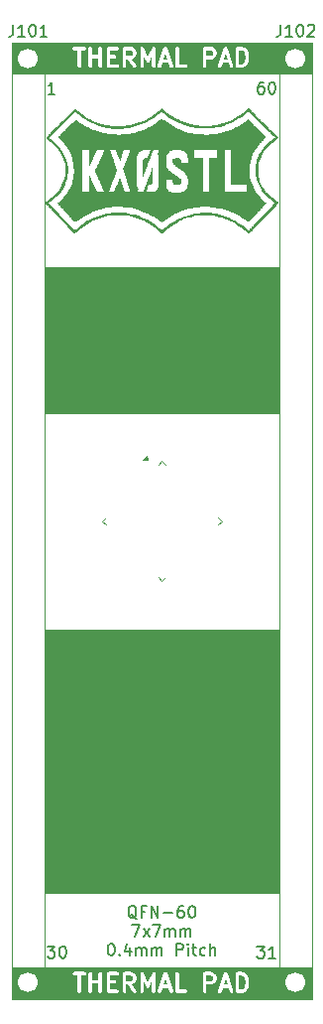
<source format=gto>
G04 #@! TF.GenerationSoftware,KiCad,Pcbnew,9.0.6*
G04 #@! TF.CreationDate,2026-01-02T14:07:44-06:00*
G04 #@! TF.ProjectId,QFN-60_7x7,51464e2d-3630-45f3-9778-372e6b696361,rev?*
G04 #@! TF.SameCoordinates,Original*
G04 #@! TF.FileFunction,Legend,Top*
G04 #@! TF.FilePolarity,Positive*
%FSLAX46Y46*%
G04 Gerber Fmt 4.6, Leading zero omitted, Abs format (unit mm)*
G04 Created by KiCad (PCBNEW 9.0.6) date 2026-01-02 14:07:44*
%MOMM*%
%LPD*%
G01*
G04 APERTURE LIST*
G04 Aperture macros list*
%AMRoundRect*
0 Rectangle with rounded corners*
0 $1 Rounding radius*
0 $2 $3 $4 $5 $6 $7 $8 $9 X,Y pos of 4 corners*
0 Add a 4 corners polygon primitive as box body*
4,1,4,$2,$3,$4,$5,$6,$7,$8,$9,$2,$3,0*
0 Add four circle primitives for the rounded corners*
1,1,$1+$1,$2,$3*
1,1,$1+$1,$4,$5*
1,1,$1+$1,$6,$7*
1,1,$1+$1,$8,$9*
0 Add four rect primitives between the rounded corners*
20,1,$1+$1,$2,$3,$4,$5,0*
20,1,$1+$1,$4,$5,$6,$7,0*
20,1,$1+$1,$6,$7,$8,$9,0*
20,1,$1+$1,$8,$9,$2,$3,0*%
%AMRotRect*
0 Rectangle, with rotation*
0 The origin of the aperture is its center*
0 $1 length*
0 $2 width*
0 $3 Rotation angle, in degrees counterclockwise*
0 Add horizontal line*
21,1,$1,$2,0,0,$3*%
G04 Aperture macros list end*
%ADD10C,0.100000*%
%ADD11C,0.300000*%
%ADD12C,0.200000*%
%ADD13C,0.150000*%
%ADD14C,0.120000*%
%ADD15C,0.000000*%
%ADD16RotRect,3.400000X3.400000X315.000000*%
%ADD17RoundRect,0.050000X-0.424264X-0.353553X-0.353553X-0.424264X0.424264X0.353553X0.353553X0.424264X0*%
%ADD18RoundRect,0.050000X-0.424264X0.353553X0.353553X-0.424264X0.424264X-0.353553X-0.353553X0.424264X0*%
%ADD19C,1.700000*%
%ADD20R,1.700000X1.700000*%
G04 APERTURE END LIST*
D10*
X129861750Y-82270850D02*
X146549500Y-82270850D01*
X146549500Y-82677250D01*
X129861750Y-82677250D01*
X129861750Y-82270850D01*
G36*
X129861750Y-82270850D02*
G01*
X146549500Y-82270850D01*
X146549500Y-82677250D01*
X129861750Y-82677250D01*
X129861750Y-82270850D01*
G37*
X129785500Y-80010000D02*
X146600250Y-80010000D01*
X146600250Y-80238600D01*
X129785500Y-80238600D01*
X129785500Y-80010000D01*
G36*
X129785500Y-80010000D02*
G01*
X146600250Y-80010000D01*
X146600250Y-80238600D01*
X129785500Y-80238600D01*
X129785500Y-80010000D01*
G37*
X146041500Y-80010000D02*
X151240000Y-80010000D01*
X151240000Y-82677250D01*
X146041500Y-82677250D01*
X146041500Y-80010000D01*
G36*
X146041500Y-80010000D02*
G01*
X151240000Y-80010000D01*
X151240000Y-82677250D01*
X146041500Y-82677250D01*
X146041500Y-80010000D01*
G37*
X125603000Y-80010000D02*
X130733750Y-80010000D01*
X130733750Y-82677250D01*
X125603000Y-82677250D01*
X125603000Y-80010000D01*
G36*
X125603000Y-80010000D02*
G01*
X130733750Y-80010000D01*
X130733750Y-82677250D01*
X125603000Y-82677250D01*
X125603000Y-80010000D01*
G37*
D11*
G36*
X145376186Y-80724486D02*
G01*
X145476793Y-80825093D01*
X145529972Y-80931452D01*
X145592928Y-81183273D01*
X145592928Y-81360632D01*
X145529972Y-81612453D01*
X145476793Y-81718813D01*
X145376187Y-81819419D01*
X145218585Y-81871953D01*
X145035785Y-81871953D01*
X145035785Y-80671953D01*
X145218588Y-80671953D01*
X145376186Y-80724486D01*
G37*
G36*
X135868361Y-80716660D02*
G01*
X135905365Y-80753664D01*
X135950071Y-80843076D01*
X135950071Y-80986543D01*
X135905364Y-81075956D01*
X135868359Y-81112961D01*
X135778947Y-81157667D01*
X135392928Y-81157667D01*
X135392928Y-80671953D01*
X135778947Y-80671953D01*
X135868361Y-80716660D01*
G37*
G36*
X138891959Y-81443382D02*
G01*
X138593900Y-81443382D01*
X138742929Y-80996294D01*
X138891959Y-81443382D01*
G37*
G36*
X144034816Y-81443382D02*
G01*
X143736757Y-81443382D01*
X143885786Y-80996294D01*
X144034816Y-81443382D01*
G37*
G36*
X142725504Y-80716660D02*
G01*
X142762508Y-80753664D01*
X142807214Y-80843076D01*
X142807214Y-80986543D01*
X142762507Y-81075956D01*
X142725502Y-81112961D01*
X142636090Y-81157667D01*
X142250071Y-81157667D01*
X142250071Y-80671953D01*
X142636090Y-80671953D01*
X142725504Y-80716660D01*
G37*
G36*
X146059595Y-82338620D02*
G01*
X130643429Y-82338620D01*
X130643429Y-80492689D01*
X130810096Y-80492689D01*
X130810096Y-80551217D01*
X130832494Y-80605289D01*
X130873878Y-80646673D01*
X130927950Y-80669071D01*
X130957214Y-80671953D01*
X131235785Y-80671953D01*
X131235785Y-82021953D01*
X131238667Y-82051217D01*
X131261065Y-82105289D01*
X131302449Y-82146673D01*
X131356521Y-82169071D01*
X131415049Y-82169071D01*
X131469121Y-82146673D01*
X131510505Y-82105289D01*
X131532903Y-82051217D01*
X131535785Y-82021953D01*
X131535785Y-80671953D01*
X131814357Y-80671953D01*
X131843621Y-80669071D01*
X131897693Y-80646673D01*
X131939077Y-80605289D01*
X131961475Y-80551217D01*
X131961475Y-80521953D01*
X132164356Y-80521953D01*
X132164356Y-82021953D01*
X132167238Y-82051217D01*
X132189636Y-82105289D01*
X132231020Y-82146673D01*
X132285092Y-82169071D01*
X132343620Y-82169071D01*
X132397692Y-82146673D01*
X132439076Y-82105289D01*
X132461474Y-82051217D01*
X132464356Y-82021953D01*
X132464356Y-81386239D01*
X133021499Y-81386239D01*
X133021499Y-82021953D01*
X133024381Y-82051217D01*
X133046779Y-82105289D01*
X133088163Y-82146673D01*
X133142235Y-82169071D01*
X133200763Y-82169071D01*
X133254835Y-82146673D01*
X133296219Y-82105289D01*
X133318617Y-82051217D01*
X133321499Y-82021953D01*
X133321499Y-80521953D01*
X133735785Y-80521953D01*
X133735785Y-82021953D01*
X133738667Y-82051217D01*
X133761065Y-82105289D01*
X133802449Y-82146673D01*
X133856521Y-82169071D01*
X133885785Y-82171953D01*
X134600071Y-82171953D01*
X134629335Y-82169071D01*
X134683407Y-82146673D01*
X134724791Y-82105289D01*
X134747189Y-82051217D01*
X134747189Y-81992689D01*
X134724791Y-81938617D01*
X134683407Y-81897233D01*
X134629335Y-81874835D01*
X134600071Y-81871953D01*
X134035785Y-81871953D01*
X134035785Y-81386239D01*
X134385785Y-81386239D01*
X134415049Y-81383357D01*
X134469121Y-81360959D01*
X134510505Y-81319575D01*
X134532903Y-81265503D01*
X134532903Y-81206975D01*
X134510505Y-81152903D01*
X134469121Y-81111519D01*
X134415049Y-81089121D01*
X134385785Y-81086239D01*
X134035785Y-81086239D01*
X134035785Y-80671953D01*
X134600071Y-80671953D01*
X134629335Y-80669071D01*
X134683407Y-80646673D01*
X134724791Y-80605289D01*
X134747189Y-80551217D01*
X134747189Y-80521953D01*
X135092928Y-80521953D01*
X135092928Y-82021953D01*
X135095810Y-82051217D01*
X135118208Y-82105289D01*
X135159592Y-82146673D01*
X135213664Y-82169071D01*
X135272192Y-82169071D01*
X135326264Y-82146673D01*
X135367648Y-82105289D01*
X135390046Y-82051217D01*
X135392928Y-82021953D01*
X135392928Y-81457667D01*
X135521973Y-81457667D01*
X135977186Y-82107972D01*
X135996329Y-82130294D01*
X136045686Y-82161747D01*
X136103322Y-82171918D01*
X136160464Y-82159259D01*
X136208412Y-82125695D01*
X136239865Y-82076338D01*
X136250036Y-82018702D01*
X136237377Y-81961560D01*
X136222956Y-81935934D01*
X135878004Y-81443145D01*
X135881439Y-81441831D01*
X136024296Y-81370403D01*
X136036889Y-81362475D01*
X136040549Y-81360960D01*
X136044668Y-81357578D01*
X136049182Y-81354738D01*
X136051778Y-81351744D01*
X136063280Y-81342305D01*
X136134709Y-81270876D01*
X136144150Y-81259371D01*
X136147142Y-81256777D01*
X136149980Y-81252267D01*
X136153364Y-81248145D01*
X136154880Y-81244483D01*
X136162807Y-81231892D01*
X136234235Y-81089034D01*
X136244745Y-81061571D01*
X136245126Y-81056195D01*
X136247189Y-81051217D01*
X136250071Y-81021953D01*
X136250071Y-80807667D01*
X136247189Y-80778403D01*
X136245126Y-80773424D01*
X136244745Y-80768049D01*
X136234235Y-80740586D01*
X136162807Y-80597728D01*
X136154878Y-80585133D01*
X136153363Y-80581474D01*
X136149981Y-80577353D01*
X136147142Y-80572843D01*
X136144150Y-80570248D01*
X136134708Y-80558743D01*
X136097917Y-80521953D01*
X136592928Y-80521953D01*
X136592928Y-82021953D01*
X136595810Y-82051217D01*
X136618208Y-82105289D01*
X136659592Y-82146673D01*
X136713664Y-82169071D01*
X136772192Y-82169071D01*
X136826264Y-82146673D01*
X136867648Y-82105289D01*
X136890046Y-82051217D01*
X136892928Y-82021953D01*
X136892928Y-81198086D01*
X137107001Y-81656815D01*
X137113347Y-81667528D01*
X137114668Y-81671160D01*
X137117019Y-81673728D01*
X137121988Y-81682115D01*
X137138793Y-81697505D01*
X137154195Y-81714323D01*
X137160238Y-81717143D01*
X137165151Y-81721642D01*
X137186571Y-81729431D01*
X137207233Y-81739073D01*
X137213890Y-81739365D01*
X137220153Y-81741643D01*
X137242932Y-81740642D01*
X137265703Y-81741643D01*
X137271962Y-81739366D01*
X137278624Y-81739074D01*
X137299291Y-81729429D01*
X137320706Y-81721642D01*
X137325619Y-81717142D01*
X137331661Y-81714323D01*
X137347056Y-81697510D01*
X137363869Y-81682115D01*
X137368837Y-81673726D01*
X137371188Y-81671160D01*
X137372507Y-81667530D01*
X137378855Y-81656815D01*
X137592928Y-81198087D01*
X137592928Y-82021953D01*
X137595810Y-82051217D01*
X137618208Y-82105289D01*
X137659592Y-82146673D01*
X137713664Y-82169071D01*
X137772192Y-82169071D01*
X137826264Y-82146673D01*
X137867648Y-82105289D01*
X137890046Y-82051217D01*
X137892928Y-82021953D01*
X137892928Y-82003192D01*
X138094107Y-82003192D01*
X138098256Y-82061573D01*
X138124430Y-82113920D01*
X138168644Y-82152267D01*
X138224168Y-82170775D01*
X138282549Y-82166626D01*
X138334896Y-82140452D01*
X138373243Y-82096238D01*
X138385231Y-82069387D01*
X138493900Y-81743382D01*
X138991959Y-81743382D01*
X139100627Y-82069387D01*
X139112615Y-82096238D01*
X139150962Y-82140453D01*
X139203310Y-82166626D01*
X139261690Y-82170776D01*
X139317214Y-82152267D01*
X139361428Y-82113920D01*
X139387602Y-82061573D01*
X139391752Y-82003193D01*
X139385232Y-81974519D01*
X138901042Y-80521953D01*
X139592928Y-80521953D01*
X139592928Y-82021953D01*
X139595810Y-82051217D01*
X139618208Y-82105289D01*
X139659592Y-82146673D01*
X139713664Y-82169071D01*
X139742928Y-82171953D01*
X140457214Y-82171953D01*
X140486478Y-82169071D01*
X140540550Y-82146673D01*
X140581934Y-82105289D01*
X140604332Y-82051217D01*
X140604332Y-81992689D01*
X140581934Y-81938617D01*
X140540550Y-81897233D01*
X140486478Y-81874835D01*
X140457214Y-81871953D01*
X139892928Y-81871953D01*
X139892928Y-80521953D01*
X141950071Y-80521953D01*
X141950071Y-82021953D01*
X141952953Y-82051217D01*
X141975351Y-82105289D01*
X142016735Y-82146673D01*
X142070807Y-82169071D01*
X142129335Y-82169071D01*
X142183407Y-82146673D01*
X142224791Y-82105289D01*
X142247189Y-82051217D01*
X142250071Y-82021953D01*
X142250071Y-82003192D01*
X143236964Y-82003192D01*
X143241113Y-82061573D01*
X143267287Y-82113920D01*
X143311501Y-82152267D01*
X143367025Y-82170775D01*
X143425406Y-82166626D01*
X143477753Y-82140452D01*
X143516100Y-82096238D01*
X143528088Y-82069387D01*
X143636757Y-81743382D01*
X144134816Y-81743382D01*
X144243484Y-82069387D01*
X144255472Y-82096238D01*
X144293819Y-82140453D01*
X144346167Y-82166626D01*
X144404547Y-82170776D01*
X144460071Y-82152267D01*
X144504285Y-82113920D01*
X144530459Y-82061573D01*
X144534609Y-82003193D01*
X144528089Y-81974519D01*
X144043899Y-80521953D01*
X144735785Y-80521953D01*
X144735785Y-82021953D01*
X144738667Y-82051217D01*
X144761065Y-82105289D01*
X144802449Y-82146673D01*
X144856521Y-82169071D01*
X144885785Y-82171953D01*
X145242928Y-82171953D01*
X145257733Y-82170494D01*
X145261688Y-82170776D01*
X145266889Y-82169593D01*
X145272192Y-82169071D01*
X145275849Y-82167555D01*
X145290362Y-82164256D01*
X145504648Y-82092828D01*
X145531499Y-82080840D01*
X145535570Y-82077308D01*
X145540550Y-82075246D01*
X145563280Y-82056591D01*
X145706137Y-81913733D01*
X145715575Y-81902231D01*
X145718570Y-81899635D01*
X145721410Y-81895121D01*
X145724792Y-81891002D01*
X145726307Y-81887342D01*
X145734235Y-81874749D01*
X145805664Y-81731893D01*
X145806483Y-81729750D01*
X145807128Y-81728881D01*
X145811512Y-81716609D01*
X145816173Y-81704429D01*
X145816249Y-81703348D01*
X145817021Y-81701190D01*
X145888449Y-81415476D01*
X145889198Y-81410404D01*
X145890046Y-81408360D01*
X145891131Y-81397337D01*
X145892751Y-81386387D01*
X145892425Y-81384199D01*
X145892928Y-81379096D01*
X145892928Y-81164810D01*
X145892425Y-81159706D01*
X145892751Y-81157519D01*
X145891131Y-81146568D01*
X145890046Y-81135546D01*
X145889198Y-81133501D01*
X145888449Y-81128430D01*
X145817021Y-80842716D01*
X145816249Y-80840557D01*
X145816173Y-80839477D01*
X145811512Y-80827296D01*
X145807128Y-80815025D01*
X145806483Y-80814155D01*
X145805664Y-80812013D01*
X145734235Y-80669157D01*
X145726308Y-80656565D01*
X145724792Y-80652903D01*
X145721408Y-80648780D01*
X145718570Y-80644271D01*
X145715577Y-80641675D01*
X145706137Y-80630173D01*
X145563280Y-80487316D01*
X145540549Y-80468661D01*
X145535569Y-80466598D01*
X145531499Y-80463068D01*
X145504648Y-80451079D01*
X145290362Y-80379651D01*
X145275854Y-80376352D01*
X145272192Y-80374835D01*
X145266883Y-80374312D01*
X145261689Y-80373131D01*
X145257739Y-80373411D01*
X145242928Y-80371953D01*
X144885785Y-80371953D01*
X144856521Y-80374835D01*
X144802449Y-80397233D01*
X144761065Y-80438617D01*
X144738667Y-80492689D01*
X144735785Y-80521953D01*
X144043899Y-80521953D01*
X144028088Y-80474519D01*
X144016100Y-80447668D01*
X144009077Y-80439571D01*
X144004285Y-80429986D01*
X143990076Y-80417662D01*
X143977753Y-80403454D01*
X143968167Y-80398661D01*
X143960071Y-80391639D01*
X143942227Y-80385690D01*
X143925406Y-80377280D01*
X143914717Y-80376520D01*
X143904547Y-80373130D01*
X143885781Y-80374463D01*
X143867025Y-80373131D01*
X143856857Y-80376520D01*
X143846167Y-80377280D01*
X143829343Y-80385691D01*
X143811501Y-80391639D01*
X143803406Y-80398659D01*
X143793819Y-80403453D01*
X143781493Y-80417664D01*
X143767287Y-80429986D01*
X143762494Y-80439570D01*
X143755472Y-80447668D01*
X143743484Y-80474519D01*
X143243484Y-81974519D01*
X143236964Y-82003192D01*
X142250071Y-82003192D01*
X142250071Y-81457667D01*
X142671500Y-81457667D01*
X142700764Y-81454785D01*
X142705742Y-81452722D01*
X142711118Y-81452341D01*
X142738582Y-81441831D01*
X142881439Y-81370403D01*
X142894032Y-81362475D01*
X142897692Y-81360960D01*
X142901811Y-81357578D01*
X142906325Y-81354738D01*
X142908921Y-81351744D01*
X142920423Y-81342305D01*
X142991852Y-81270876D01*
X143001293Y-81259371D01*
X143004285Y-81256777D01*
X143007123Y-81252267D01*
X143010507Y-81248145D01*
X143012023Y-81244483D01*
X143019950Y-81231892D01*
X143091378Y-81089034D01*
X143101888Y-81061571D01*
X143102269Y-81056195D01*
X143104332Y-81051217D01*
X143107214Y-81021953D01*
X143107214Y-80807667D01*
X143104332Y-80778403D01*
X143102269Y-80773424D01*
X143101888Y-80768049D01*
X143091378Y-80740586D01*
X143019950Y-80597728D01*
X143012021Y-80585133D01*
X143010506Y-80581474D01*
X143007124Y-80577353D01*
X143004285Y-80572843D01*
X143001293Y-80570248D01*
X142991851Y-80558743D01*
X142920422Y-80487315D01*
X142908922Y-80477877D01*
X142906325Y-80474883D01*
X142901808Y-80472040D01*
X142897691Y-80468661D01*
X142894034Y-80467146D01*
X142881439Y-80459218D01*
X142738582Y-80387789D01*
X142711119Y-80377280D01*
X142705744Y-80376898D01*
X142700764Y-80374835D01*
X142671500Y-80371953D01*
X142100071Y-80371953D01*
X142070807Y-80374835D01*
X142016735Y-80397233D01*
X141975351Y-80438617D01*
X141952953Y-80492689D01*
X141950071Y-80521953D01*
X139892928Y-80521953D01*
X139890046Y-80492689D01*
X139867648Y-80438617D01*
X139826264Y-80397233D01*
X139772192Y-80374835D01*
X139713664Y-80374835D01*
X139659592Y-80397233D01*
X139618208Y-80438617D01*
X139595810Y-80492689D01*
X139592928Y-80521953D01*
X138901042Y-80521953D01*
X138885231Y-80474519D01*
X138873243Y-80447668D01*
X138866220Y-80439571D01*
X138861428Y-80429986D01*
X138847219Y-80417662D01*
X138834896Y-80403454D01*
X138825310Y-80398661D01*
X138817214Y-80391639D01*
X138799370Y-80385690D01*
X138782549Y-80377280D01*
X138771860Y-80376520D01*
X138761690Y-80373130D01*
X138742924Y-80374463D01*
X138724168Y-80373131D01*
X138714000Y-80376520D01*
X138703310Y-80377280D01*
X138686486Y-80385691D01*
X138668644Y-80391639D01*
X138660549Y-80398659D01*
X138650962Y-80403453D01*
X138638636Y-80417664D01*
X138624430Y-80429986D01*
X138619637Y-80439570D01*
X138612615Y-80447668D01*
X138600627Y-80474519D01*
X138100627Y-81974519D01*
X138094107Y-82003192D01*
X137892928Y-82003192D01*
X137892928Y-80521953D01*
X137891033Y-80502715D01*
X137891189Y-80499177D01*
X137890497Y-80497276D01*
X137890046Y-80492689D01*
X137880085Y-80468643D01*
X137871188Y-80444175D01*
X137868928Y-80441707D01*
X137867648Y-80438617D01*
X137849250Y-80420219D01*
X137831661Y-80401012D01*
X137828627Y-80399596D01*
X137826264Y-80397233D01*
X137802233Y-80387279D01*
X137778624Y-80376261D01*
X137775279Y-80376114D01*
X137772192Y-80374835D01*
X137746168Y-80374835D01*
X137720153Y-80373692D01*
X137717010Y-80374835D01*
X137713664Y-80374835D01*
X137689611Y-80384798D01*
X137665151Y-80393693D01*
X137662683Y-80395952D01*
X137659592Y-80397233D01*
X137641183Y-80415641D01*
X137621988Y-80433220D01*
X137619638Y-80437186D01*
X137618208Y-80438617D01*
X137616852Y-80441889D01*
X137607001Y-80458520D01*
X137242928Y-81238676D01*
X136878855Y-80458520D01*
X136869001Y-80441885D01*
X136867648Y-80438617D01*
X136866219Y-80437188D01*
X136863869Y-80433220D01*
X136844661Y-80415630D01*
X136826264Y-80397233D01*
X136823173Y-80395952D01*
X136820706Y-80393693D01*
X136796240Y-80384796D01*
X136772192Y-80374835D01*
X136768846Y-80374835D01*
X136765703Y-80373692D01*
X136739699Y-80374835D01*
X136713664Y-80374835D01*
X136710573Y-80376115D01*
X136707233Y-80376262D01*
X136683637Y-80387272D01*
X136659592Y-80397233D01*
X136657228Y-80399596D01*
X136654195Y-80401012D01*
X136636605Y-80420219D01*
X136618208Y-80438617D01*
X136616927Y-80441707D01*
X136614668Y-80444175D01*
X136605771Y-80468640D01*
X136595810Y-80492689D01*
X136595358Y-80497277D01*
X136594667Y-80499178D01*
X136594822Y-80502716D01*
X136592928Y-80521953D01*
X136097917Y-80521953D01*
X136063279Y-80487315D01*
X136051779Y-80477877D01*
X136049182Y-80474883D01*
X136044665Y-80472040D01*
X136040548Y-80468661D01*
X136036891Y-80467146D01*
X136024296Y-80459218D01*
X135881439Y-80387789D01*
X135853976Y-80377280D01*
X135848601Y-80376898D01*
X135843621Y-80374835D01*
X135814357Y-80371953D01*
X135242928Y-80371953D01*
X135213664Y-80374835D01*
X135159592Y-80397233D01*
X135118208Y-80438617D01*
X135095810Y-80492689D01*
X135092928Y-80521953D01*
X134747189Y-80521953D01*
X134747189Y-80492689D01*
X134724791Y-80438617D01*
X134683407Y-80397233D01*
X134629335Y-80374835D01*
X134600071Y-80371953D01*
X133885785Y-80371953D01*
X133856521Y-80374835D01*
X133802449Y-80397233D01*
X133761065Y-80438617D01*
X133738667Y-80492689D01*
X133735785Y-80521953D01*
X133321499Y-80521953D01*
X133318617Y-80492689D01*
X133296219Y-80438617D01*
X133254835Y-80397233D01*
X133200763Y-80374835D01*
X133142235Y-80374835D01*
X133088163Y-80397233D01*
X133046779Y-80438617D01*
X133024381Y-80492689D01*
X133021499Y-80521953D01*
X133021499Y-81086239D01*
X132464356Y-81086239D01*
X132464356Y-80521953D01*
X132461474Y-80492689D01*
X132439076Y-80438617D01*
X132397692Y-80397233D01*
X132343620Y-80374835D01*
X132285092Y-80374835D01*
X132231020Y-80397233D01*
X132189636Y-80438617D01*
X132167238Y-80492689D01*
X132164356Y-80521953D01*
X131961475Y-80521953D01*
X131961475Y-80492689D01*
X131939077Y-80438617D01*
X131897693Y-80397233D01*
X131843621Y-80374835D01*
X131814357Y-80371953D01*
X130957214Y-80371953D01*
X130927950Y-80374835D01*
X130873878Y-80397233D01*
X130832494Y-80438617D01*
X130810096Y-80492689D01*
X130643429Y-80492689D01*
X130643429Y-80205286D01*
X146059595Y-80205286D01*
X146059595Y-82338620D01*
G37*
D10*
X129988750Y-161137600D02*
X146168500Y-161137600D01*
X146168500Y-161544000D01*
X129988750Y-161544000D01*
X129988750Y-161137600D01*
G36*
X129988750Y-161137600D02*
G01*
X146168500Y-161137600D01*
X146168500Y-161544000D01*
X129988750Y-161544000D01*
X129988750Y-161137600D01*
G37*
X129023500Y-158876750D02*
X146981250Y-158876750D01*
X146981250Y-159105100D01*
X129023500Y-159105100D01*
X129023500Y-158876750D01*
G36*
X129023500Y-158876750D02*
G01*
X146981250Y-158876750D01*
X146981250Y-159105100D01*
X129023500Y-159105100D01*
X129023500Y-158876750D01*
G37*
X146041500Y-158876750D02*
X151240000Y-158876750D01*
X151240000Y-161544000D01*
X146041500Y-161544000D01*
X146041500Y-158876750D01*
G36*
X146041500Y-158876750D02*
G01*
X151240000Y-158876750D01*
X151240000Y-161544000D01*
X146041500Y-161544000D01*
X146041500Y-158876750D01*
G37*
X125603000Y-158876750D02*
X130674500Y-158876750D01*
X130674500Y-161544000D01*
X125603000Y-161544000D01*
X125603000Y-158876750D01*
G36*
X125603000Y-158876750D02*
G01*
X130674500Y-158876750D01*
X130674500Y-161544000D01*
X125603000Y-161544000D01*
X125603000Y-158876750D01*
G37*
D11*
G36*
X145376186Y-159591236D02*
G01*
X145476793Y-159691843D01*
X145529972Y-159798202D01*
X145592928Y-160050023D01*
X145592928Y-160227382D01*
X145529972Y-160479203D01*
X145476793Y-160585563D01*
X145376187Y-160686169D01*
X145218585Y-160738703D01*
X145035785Y-160738703D01*
X145035785Y-159538703D01*
X145218588Y-159538703D01*
X145376186Y-159591236D01*
G37*
G36*
X135868361Y-159583410D02*
G01*
X135905365Y-159620414D01*
X135950071Y-159709826D01*
X135950071Y-159853293D01*
X135905364Y-159942706D01*
X135868359Y-159979711D01*
X135778947Y-160024417D01*
X135392928Y-160024417D01*
X135392928Y-159538703D01*
X135778947Y-159538703D01*
X135868361Y-159583410D01*
G37*
G36*
X138891959Y-160310132D02*
G01*
X138593900Y-160310132D01*
X138742929Y-159863044D01*
X138891959Y-160310132D01*
G37*
G36*
X144034816Y-160310132D02*
G01*
X143736757Y-160310132D01*
X143885786Y-159863044D01*
X144034816Y-160310132D01*
G37*
G36*
X142725504Y-159583410D02*
G01*
X142762508Y-159620414D01*
X142807214Y-159709826D01*
X142807214Y-159853293D01*
X142762507Y-159942706D01*
X142725502Y-159979711D01*
X142636090Y-160024417D01*
X142250071Y-160024417D01*
X142250071Y-159538703D01*
X142636090Y-159538703D01*
X142725504Y-159583410D01*
G37*
G36*
X146059595Y-161205370D02*
G01*
X130643429Y-161205370D01*
X130643429Y-159359439D01*
X130810096Y-159359439D01*
X130810096Y-159417967D01*
X130832494Y-159472039D01*
X130873878Y-159513423D01*
X130927950Y-159535821D01*
X130957214Y-159538703D01*
X131235785Y-159538703D01*
X131235785Y-160888703D01*
X131238667Y-160917967D01*
X131261065Y-160972039D01*
X131302449Y-161013423D01*
X131356521Y-161035821D01*
X131415049Y-161035821D01*
X131469121Y-161013423D01*
X131510505Y-160972039D01*
X131532903Y-160917967D01*
X131535785Y-160888703D01*
X131535785Y-159538703D01*
X131814357Y-159538703D01*
X131843621Y-159535821D01*
X131897693Y-159513423D01*
X131939077Y-159472039D01*
X131961475Y-159417967D01*
X131961475Y-159388703D01*
X132164356Y-159388703D01*
X132164356Y-160888703D01*
X132167238Y-160917967D01*
X132189636Y-160972039D01*
X132231020Y-161013423D01*
X132285092Y-161035821D01*
X132343620Y-161035821D01*
X132397692Y-161013423D01*
X132439076Y-160972039D01*
X132461474Y-160917967D01*
X132464356Y-160888703D01*
X132464356Y-160252989D01*
X133021499Y-160252989D01*
X133021499Y-160888703D01*
X133024381Y-160917967D01*
X133046779Y-160972039D01*
X133088163Y-161013423D01*
X133142235Y-161035821D01*
X133200763Y-161035821D01*
X133254835Y-161013423D01*
X133296219Y-160972039D01*
X133318617Y-160917967D01*
X133321499Y-160888703D01*
X133321499Y-159388703D01*
X133735785Y-159388703D01*
X133735785Y-160888703D01*
X133738667Y-160917967D01*
X133761065Y-160972039D01*
X133802449Y-161013423D01*
X133856521Y-161035821D01*
X133885785Y-161038703D01*
X134600071Y-161038703D01*
X134629335Y-161035821D01*
X134683407Y-161013423D01*
X134724791Y-160972039D01*
X134747189Y-160917967D01*
X134747189Y-160859439D01*
X134724791Y-160805367D01*
X134683407Y-160763983D01*
X134629335Y-160741585D01*
X134600071Y-160738703D01*
X134035785Y-160738703D01*
X134035785Y-160252989D01*
X134385785Y-160252989D01*
X134415049Y-160250107D01*
X134469121Y-160227709D01*
X134510505Y-160186325D01*
X134532903Y-160132253D01*
X134532903Y-160073725D01*
X134510505Y-160019653D01*
X134469121Y-159978269D01*
X134415049Y-159955871D01*
X134385785Y-159952989D01*
X134035785Y-159952989D01*
X134035785Y-159538703D01*
X134600071Y-159538703D01*
X134629335Y-159535821D01*
X134683407Y-159513423D01*
X134724791Y-159472039D01*
X134747189Y-159417967D01*
X134747189Y-159388703D01*
X135092928Y-159388703D01*
X135092928Y-160888703D01*
X135095810Y-160917967D01*
X135118208Y-160972039D01*
X135159592Y-161013423D01*
X135213664Y-161035821D01*
X135272192Y-161035821D01*
X135326264Y-161013423D01*
X135367648Y-160972039D01*
X135390046Y-160917967D01*
X135392928Y-160888703D01*
X135392928Y-160324417D01*
X135521973Y-160324417D01*
X135977186Y-160974722D01*
X135996329Y-160997044D01*
X136045686Y-161028497D01*
X136103322Y-161038668D01*
X136160464Y-161026009D01*
X136208412Y-160992445D01*
X136239865Y-160943088D01*
X136250036Y-160885452D01*
X136237377Y-160828310D01*
X136222956Y-160802684D01*
X135878004Y-160309895D01*
X135881439Y-160308581D01*
X136024296Y-160237153D01*
X136036889Y-160229225D01*
X136040549Y-160227710D01*
X136044668Y-160224328D01*
X136049182Y-160221488D01*
X136051778Y-160218494D01*
X136063280Y-160209055D01*
X136134709Y-160137626D01*
X136144150Y-160126121D01*
X136147142Y-160123527D01*
X136149980Y-160119017D01*
X136153364Y-160114895D01*
X136154880Y-160111233D01*
X136162807Y-160098642D01*
X136234235Y-159955784D01*
X136244745Y-159928321D01*
X136245126Y-159922945D01*
X136247189Y-159917967D01*
X136250071Y-159888703D01*
X136250071Y-159674417D01*
X136247189Y-159645153D01*
X136245126Y-159640174D01*
X136244745Y-159634799D01*
X136234235Y-159607336D01*
X136162807Y-159464478D01*
X136154878Y-159451883D01*
X136153363Y-159448224D01*
X136149981Y-159444103D01*
X136147142Y-159439593D01*
X136144150Y-159436998D01*
X136134708Y-159425493D01*
X136097917Y-159388703D01*
X136592928Y-159388703D01*
X136592928Y-160888703D01*
X136595810Y-160917967D01*
X136618208Y-160972039D01*
X136659592Y-161013423D01*
X136713664Y-161035821D01*
X136772192Y-161035821D01*
X136826264Y-161013423D01*
X136867648Y-160972039D01*
X136890046Y-160917967D01*
X136892928Y-160888703D01*
X136892928Y-160064836D01*
X137107001Y-160523565D01*
X137113347Y-160534278D01*
X137114668Y-160537910D01*
X137117019Y-160540478D01*
X137121988Y-160548865D01*
X137138793Y-160564255D01*
X137154195Y-160581073D01*
X137160238Y-160583893D01*
X137165151Y-160588392D01*
X137186571Y-160596181D01*
X137207233Y-160605823D01*
X137213890Y-160606115D01*
X137220153Y-160608393D01*
X137242932Y-160607392D01*
X137265703Y-160608393D01*
X137271962Y-160606116D01*
X137278624Y-160605824D01*
X137299291Y-160596179D01*
X137320706Y-160588392D01*
X137325619Y-160583892D01*
X137331661Y-160581073D01*
X137347056Y-160564260D01*
X137363869Y-160548865D01*
X137368837Y-160540476D01*
X137371188Y-160537910D01*
X137372507Y-160534280D01*
X137378855Y-160523565D01*
X137592928Y-160064837D01*
X137592928Y-160888703D01*
X137595810Y-160917967D01*
X137618208Y-160972039D01*
X137659592Y-161013423D01*
X137713664Y-161035821D01*
X137772192Y-161035821D01*
X137826264Y-161013423D01*
X137867648Y-160972039D01*
X137890046Y-160917967D01*
X137892928Y-160888703D01*
X137892928Y-160869942D01*
X138094107Y-160869942D01*
X138098256Y-160928323D01*
X138124430Y-160980670D01*
X138168644Y-161019017D01*
X138224168Y-161037525D01*
X138282549Y-161033376D01*
X138334896Y-161007202D01*
X138373243Y-160962988D01*
X138385231Y-160936137D01*
X138493900Y-160610132D01*
X138991959Y-160610132D01*
X139100627Y-160936137D01*
X139112615Y-160962988D01*
X139150962Y-161007203D01*
X139203310Y-161033376D01*
X139261690Y-161037526D01*
X139317214Y-161019017D01*
X139361428Y-160980670D01*
X139387602Y-160928323D01*
X139391752Y-160869943D01*
X139385232Y-160841269D01*
X138901042Y-159388703D01*
X139592928Y-159388703D01*
X139592928Y-160888703D01*
X139595810Y-160917967D01*
X139618208Y-160972039D01*
X139659592Y-161013423D01*
X139713664Y-161035821D01*
X139742928Y-161038703D01*
X140457214Y-161038703D01*
X140486478Y-161035821D01*
X140540550Y-161013423D01*
X140581934Y-160972039D01*
X140604332Y-160917967D01*
X140604332Y-160859439D01*
X140581934Y-160805367D01*
X140540550Y-160763983D01*
X140486478Y-160741585D01*
X140457214Y-160738703D01*
X139892928Y-160738703D01*
X139892928Y-159388703D01*
X141950071Y-159388703D01*
X141950071Y-160888703D01*
X141952953Y-160917967D01*
X141975351Y-160972039D01*
X142016735Y-161013423D01*
X142070807Y-161035821D01*
X142129335Y-161035821D01*
X142183407Y-161013423D01*
X142224791Y-160972039D01*
X142247189Y-160917967D01*
X142250071Y-160888703D01*
X142250071Y-160869942D01*
X143236964Y-160869942D01*
X143241113Y-160928323D01*
X143267287Y-160980670D01*
X143311501Y-161019017D01*
X143367025Y-161037525D01*
X143425406Y-161033376D01*
X143477753Y-161007202D01*
X143516100Y-160962988D01*
X143528088Y-160936137D01*
X143636757Y-160610132D01*
X144134816Y-160610132D01*
X144243484Y-160936137D01*
X144255472Y-160962988D01*
X144293819Y-161007203D01*
X144346167Y-161033376D01*
X144404547Y-161037526D01*
X144460071Y-161019017D01*
X144504285Y-160980670D01*
X144530459Y-160928323D01*
X144534609Y-160869943D01*
X144528089Y-160841269D01*
X144043899Y-159388703D01*
X144735785Y-159388703D01*
X144735785Y-160888703D01*
X144738667Y-160917967D01*
X144761065Y-160972039D01*
X144802449Y-161013423D01*
X144856521Y-161035821D01*
X144885785Y-161038703D01*
X145242928Y-161038703D01*
X145257733Y-161037244D01*
X145261688Y-161037526D01*
X145266889Y-161036343D01*
X145272192Y-161035821D01*
X145275849Y-161034305D01*
X145290362Y-161031006D01*
X145504648Y-160959578D01*
X145531499Y-160947590D01*
X145535570Y-160944058D01*
X145540550Y-160941996D01*
X145563280Y-160923341D01*
X145706137Y-160780483D01*
X145715575Y-160768981D01*
X145718570Y-160766385D01*
X145721410Y-160761871D01*
X145724792Y-160757752D01*
X145726307Y-160754092D01*
X145734235Y-160741499D01*
X145805664Y-160598643D01*
X145806483Y-160596500D01*
X145807128Y-160595631D01*
X145811512Y-160583359D01*
X145816173Y-160571179D01*
X145816249Y-160570098D01*
X145817021Y-160567940D01*
X145888449Y-160282226D01*
X145889198Y-160277154D01*
X145890046Y-160275110D01*
X145891131Y-160264087D01*
X145892751Y-160253137D01*
X145892425Y-160250949D01*
X145892928Y-160245846D01*
X145892928Y-160031560D01*
X145892425Y-160026456D01*
X145892751Y-160024269D01*
X145891131Y-160013318D01*
X145890046Y-160002296D01*
X145889198Y-160000251D01*
X145888449Y-159995180D01*
X145817021Y-159709466D01*
X145816249Y-159707307D01*
X145816173Y-159706227D01*
X145811512Y-159694046D01*
X145807128Y-159681775D01*
X145806483Y-159680905D01*
X145805664Y-159678763D01*
X145734235Y-159535907D01*
X145726308Y-159523315D01*
X145724792Y-159519653D01*
X145721408Y-159515530D01*
X145718570Y-159511021D01*
X145715577Y-159508425D01*
X145706137Y-159496923D01*
X145563280Y-159354066D01*
X145540549Y-159335411D01*
X145535569Y-159333348D01*
X145531499Y-159329818D01*
X145504648Y-159317829D01*
X145290362Y-159246401D01*
X145275854Y-159243102D01*
X145272192Y-159241585D01*
X145266883Y-159241062D01*
X145261689Y-159239881D01*
X145257739Y-159240161D01*
X145242928Y-159238703D01*
X144885785Y-159238703D01*
X144856521Y-159241585D01*
X144802449Y-159263983D01*
X144761065Y-159305367D01*
X144738667Y-159359439D01*
X144735785Y-159388703D01*
X144043899Y-159388703D01*
X144028088Y-159341269D01*
X144016100Y-159314418D01*
X144009077Y-159306321D01*
X144004285Y-159296736D01*
X143990076Y-159284412D01*
X143977753Y-159270204D01*
X143968167Y-159265411D01*
X143960071Y-159258389D01*
X143942227Y-159252440D01*
X143925406Y-159244030D01*
X143914717Y-159243270D01*
X143904547Y-159239880D01*
X143885781Y-159241213D01*
X143867025Y-159239881D01*
X143856857Y-159243270D01*
X143846167Y-159244030D01*
X143829343Y-159252441D01*
X143811501Y-159258389D01*
X143803406Y-159265409D01*
X143793819Y-159270203D01*
X143781493Y-159284414D01*
X143767287Y-159296736D01*
X143762494Y-159306320D01*
X143755472Y-159314418D01*
X143743484Y-159341269D01*
X143243484Y-160841269D01*
X143236964Y-160869942D01*
X142250071Y-160869942D01*
X142250071Y-160324417D01*
X142671500Y-160324417D01*
X142700764Y-160321535D01*
X142705742Y-160319472D01*
X142711118Y-160319091D01*
X142738582Y-160308581D01*
X142881439Y-160237153D01*
X142894032Y-160229225D01*
X142897692Y-160227710D01*
X142901811Y-160224328D01*
X142906325Y-160221488D01*
X142908921Y-160218494D01*
X142920423Y-160209055D01*
X142991852Y-160137626D01*
X143001293Y-160126121D01*
X143004285Y-160123527D01*
X143007123Y-160119017D01*
X143010507Y-160114895D01*
X143012023Y-160111233D01*
X143019950Y-160098642D01*
X143091378Y-159955784D01*
X143101888Y-159928321D01*
X143102269Y-159922945D01*
X143104332Y-159917967D01*
X143107214Y-159888703D01*
X143107214Y-159674417D01*
X143104332Y-159645153D01*
X143102269Y-159640174D01*
X143101888Y-159634799D01*
X143091378Y-159607336D01*
X143019950Y-159464478D01*
X143012021Y-159451883D01*
X143010506Y-159448224D01*
X143007124Y-159444103D01*
X143004285Y-159439593D01*
X143001293Y-159436998D01*
X142991851Y-159425493D01*
X142920422Y-159354065D01*
X142908922Y-159344627D01*
X142906325Y-159341633D01*
X142901808Y-159338790D01*
X142897691Y-159335411D01*
X142894034Y-159333896D01*
X142881439Y-159325968D01*
X142738582Y-159254539D01*
X142711119Y-159244030D01*
X142705744Y-159243648D01*
X142700764Y-159241585D01*
X142671500Y-159238703D01*
X142100071Y-159238703D01*
X142070807Y-159241585D01*
X142016735Y-159263983D01*
X141975351Y-159305367D01*
X141952953Y-159359439D01*
X141950071Y-159388703D01*
X139892928Y-159388703D01*
X139890046Y-159359439D01*
X139867648Y-159305367D01*
X139826264Y-159263983D01*
X139772192Y-159241585D01*
X139713664Y-159241585D01*
X139659592Y-159263983D01*
X139618208Y-159305367D01*
X139595810Y-159359439D01*
X139592928Y-159388703D01*
X138901042Y-159388703D01*
X138885231Y-159341269D01*
X138873243Y-159314418D01*
X138866220Y-159306321D01*
X138861428Y-159296736D01*
X138847219Y-159284412D01*
X138834896Y-159270204D01*
X138825310Y-159265411D01*
X138817214Y-159258389D01*
X138799370Y-159252440D01*
X138782549Y-159244030D01*
X138771860Y-159243270D01*
X138761690Y-159239880D01*
X138742924Y-159241213D01*
X138724168Y-159239881D01*
X138714000Y-159243270D01*
X138703310Y-159244030D01*
X138686486Y-159252441D01*
X138668644Y-159258389D01*
X138660549Y-159265409D01*
X138650962Y-159270203D01*
X138638636Y-159284414D01*
X138624430Y-159296736D01*
X138619637Y-159306320D01*
X138612615Y-159314418D01*
X138600627Y-159341269D01*
X138100627Y-160841269D01*
X138094107Y-160869942D01*
X137892928Y-160869942D01*
X137892928Y-159388703D01*
X137891033Y-159369465D01*
X137891189Y-159365927D01*
X137890497Y-159364026D01*
X137890046Y-159359439D01*
X137880085Y-159335393D01*
X137871188Y-159310925D01*
X137868928Y-159308457D01*
X137867648Y-159305367D01*
X137849250Y-159286969D01*
X137831661Y-159267762D01*
X137828627Y-159266346D01*
X137826264Y-159263983D01*
X137802233Y-159254029D01*
X137778624Y-159243011D01*
X137775279Y-159242864D01*
X137772192Y-159241585D01*
X137746168Y-159241585D01*
X137720153Y-159240442D01*
X137717010Y-159241585D01*
X137713664Y-159241585D01*
X137689611Y-159251548D01*
X137665151Y-159260443D01*
X137662683Y-159262702D01*
X137659592Y-159263983D01*
X137641183Y-159282391D01*
X137621988Y-159299970D01*
X137619638Y-159303936D01*
X137618208Y-159305367D01*
X137616852Y-159308639D01*
X137607001Y-159325270D01*
X137242928Y-160105426D01*
X136878855Y-159325270D01*
X136869001Y-159308635D01*
X136867648Y-159305367D01*
X136866219Y-159303938D01*
X136863869Y-159299970D01*
X136844661Y-159282380D01*
X136826264Y-159263983D01*
X136823173Y-159262702D01*
X136820706Y-159260443D01*
X136796240Y-159251546D01*
X136772192Y-159241585D01*
X136768846Y-159241585D01*
X136765703Y-159240442D01*
X136739699Y-159241585D01*
X136713664Y-159241585D01*
X136710573Y-159242865D01*
X136707233Y-159243012D01*
X136683637Y-159254022D01*
X136659592Y-159263983D01*
X136657228Y-159266346D01*
X136654195Y-159267762D01*
X136636605Y-159286969D01*
X136618208Y-159305367D01*
X136616927Y-159308457D01*
X136614668Y-159310925D01*
X136605771Y-159335390D01*
X136595810Y-159359439D01*
X136595358Y-159364027D01*
X136594667Y-159365928D01*
X136594822Y-159369466D01*
X136592928Y-159388703D01*
X136097917Y-159388703D01*
X136063279Y-159354065D01*
X136051779Y-159344627D01*
X136049182Y-159341633D01*
X136044665Y-159338790D01*
X136040548Y-159335411D01*
X136036891Y-159333896D01*
X136024296Y-159325968D01*
X135881439Y-159254539D01*
X135853976Y-159244030D01*
X135848601Y-159243648D01*
X135843621Y-159241585D01*
X135814357Y-159238703D01*
X135242928Y-159238703D01*
X135213664Y-159241585D01*
X135159592Y-159263983D01*
X135118208Y-159305367D01*
X135095810Y-159359439D01*
X135092928Y-159388703D01*
X134747189Y-159388703D01*
X134747189Y-159359439D01*
X134724791Y-159305367D01*
X134683407Y-159263983D01*
X134629335Y-159241585D01*
X134600071Y-159238703D01*
X133885785Y-159238703D01*
X133856521Y-159241585D01*
X133802449Y-159263983D01*
X133761065Y-159305367D01*
X133738667Y-159359439D01*
X133735785Y-159388703D01*
X133321499Y-159388703D01*
X133318617Y-159359439D01*
X133296219Y-159305367D01*
X133254835Y-159263983D01*
X133200763Y-159241585D01*
X133142235Y-159241585D01*
X133088163Y-159263983D01*
X133046779Y-159305367D01*
X133024381Y-159359439D01*
X133021499Y-159388703D01*
X133021499Y-159952989D01*
X132464356Y-159952989D01*
X132464356Y-159388703D01*
X132461474Y-159359439D01*
X132439076Y-159305367D01*
X132397692Y-159263983D01*
X132343620Y-159241585D01*
X132285092Y-159241585D01*
X132231020Y-159263983D01*
X132189636Y-159305367D01*
X132167238Y-159359439D01*
X132164356Y-159388703D01*
X131961475Y-159388703D01*
X131961475Y-159359439D01*
X131939077Y-159305367D01*
X131897693Y-159263983D01*
X131843621Y-159241585D01*
X131814357Y-159238703D01*
X130957214Y-159238703D01*
X130927950Y-159241585D01*
X130873878Y-159263983D01*
X130832494Y-159305367D01*
X130810096Y-159359439D01*
X130643429Y-159359439D01*
X130643429Y-159072036D01*
X146059595Y-159072036D01*
X146059595Y-161205370D01*
G37*
D12*
X147093326Y-83399219D02*
X146902850Y-83399219D01*
X146902850Y-83399219D02*
X146807612Y-83446838D01*
X146807612Y-83446838D02*
X146759993Y-83494457D01*
X146759993Y-83494457D02*
X146664755Y-83637314D01*
X146664755Y-83637314D02*
X146617136Y-83827790D01*
X146617136Y-83827790D02*
X146617136Y-84208742D01*
X146617136Y-84208742D02*
X146664755Y-84303980D01*
X146664755Y-84303980D02*
X146712374Y-84351600D01*
X146712374Y-84351600D02*
X146807612Y-84399219D01*
X146807612Y-84399219D02*
X146998088Y-84399219D01*
X146998088Y-84399219D02*
X147093326Y-84351600D01*
X147093326Y-84351600D02*
X147140945Y-84303980D01*
X147140945Y-84303980D02*
X147188564Y-84208742D01*
X147188564Y-84208742D02*
X147188564Y-83970647D01*
X147188564Y-83970647D02*
X147140945Y-83875409D01*
X147140945Y-83875409D02*
X147093326Y-83827790D01*
X147093326Y-83827790D02*
X146998088Y-83780171D01*
X146998088Y-83780171D02*
X146807612Y-83780171D01*
X146807612Y-83780171D02*
X146712374Y-83827790D01*
X146712374Y-83827790D02*
X146664755Y-83875409D01*
X146664755Y-83875409D02*
X146617136Y-83970647D01*
X147807612Y-83399219D02*
X147902850Y-83399219D01*
X147902850Y-83399219D02*
X147998088Y-83446838D01*
X147998088Y-83446838D02*
X148045707Y-83494457D01*
X148045707Y-83494457D02*
X148093326Y-83589695D01*
X148093326Y-83589695D02*
X148140945Y-83780171D01*
X148140945Y-83780171D02*
X148140945Y-84018266D01*
X148140945Y-84018266D02*
X148093326Y-84208742D01*
X148093326Y-84208742D02*
X148045707Y-84303980D01*
X148045707Y-84303980D02*
X147998088Y-84351600D01*
X147998088Y-84351600D02*
X147902850Y-84399219D01*
X147902850Y-84399219D02*
X147807612Y-84399219D01*
X147807612Y-84399219D02*
X147712374Y-84351600D01*
X147712374Y-84351600D02*
X147664755Y-84303980D01*
X147664755Y-84303980D02*
X147617136Y-84208742D01*
X147617136Y-84208742D02*
X147569517Y-84018266D01*
X147569517Y-84018266D02*
X147569517Y-83780171D01*
X147569517Y-83780171D02*
X147617136Y-83589695D01*
X147617136Y-83589695D02*
X147664755Y-83494457D01*
X147664755Y-83494457D02*
X147712374Y-83446838D01*
X147712374Y-83446838D02*
X147807612Y-83399219D01*
X146569517Y-157059219D02*
X147188564Y-157059219D01*
X147188564Y-157059219D02*
X146855231Y-157440171D01*
X146855231Y-157440171D02*
X146998088Y-157440171D01*
X146998088Y-157440171D02*
X147093326Y-157487790D01*
X147093326Y-157487790D02*
X147140945Y-157535409D01*
X147140945Y-157535409D02*
X147188564Y-157630647D01*
X147188564Y-157630647D02*
X147188564Y-157868742D01*
X147188564Y-157868742D02*
X147140945Y-157963980D01*
X147140945Y-157963980D02*
X147093326Y-158011600D01*
X147093326Y-158011600D02*
X146998088Y-158059219D01*
X146998088Y-158059219D02*
X146712374Y-158059219D01*
X146712374Y-158059219D02*
X146617136Y-158011600D01*
X146617136Y-158011600D02*
X146569517Y-157963980D01*
X148140945Y-158059219D02*
X147569517Y-158059219D01*
X147855231Y-158059219D02*
X147855231Y-157059219D01*
X147855231Y-157059219D02*
X147759993Y-157202076D01*
X147759993Y-157202076D02*
X147664755Y-157297314D01*
X147664755Y-157297314D02*
X147569517Y-157344933D01*
X128671435Y-157059219D02*
X129290482Y-157059219D01*
X129290482Y-157059219D02*
X128957149Y-157440171D01*
X128957149Y-157440171D02*
X129100006Y-157440171D01*
X129100006Y-157440171D02*
X129195244Y-157487790D01*
X129195244Y-157487790D02*
X129242863Y-157535409D01*
X129242863Y-157535409D02*
X129290482Y-157630647D01*
X129290482Y-157630647D02*
X129290482Y-157868742D01*
X129290482Y-157868742D02*
X129242863Y-157963980D01*
X129242863Y-157963980D02*
X129195244Y-158011600D01*
X129195244Y-158011600D02*
X129100006Y-158059219D01*
X129100006Y-158059219D02*
X128814292Y-158059219D01*
X128814292Y-158059219D02*
X128719054Y-158011600D01*
X128719054Y-158011600D02*
X128671435Y-157963980D01*
X129909530Y-157059219D02*
X130004768Y-157059219D01*
X130004768Y-157059219D02*
X130100006Y-157106838D01*
X130100006Y-157106838D02*
X130147625Y-157154457D01*
X130147625Y-157154457D02*
X130195244Y-157249695D01*
X130195244Y-157249695D02*
X130242863Y-157440171D01*
X130242863Y-157440171D02*
X130242863Y-157678266D01*
X130242863Y-157678266D02*
X130195244Y-157868742D01*
X130195244Y-157868742D02*
X130147625Y-157963980D01*
X130147625Y-157963980D02*
X130100006Y-158011600D01*
X130100006Y-158011600D02*
X130004768Y-158059219D01*
X130004768Y-158059219D02*
X129909530Y-158059219D01*
X129909530Y-158059219D02*
X129814292Y-158011600D01*
X129814292Y-158011600D02*
X129766673Y-157963980D01*
X129766673Y-157963980D02*
X129719054Y-157868742D01*
X129719054Y-157868742D02*
X129671435Y-157678266D01*
X129671435Y-157678266D02*
X129671435Y-157440171D01*
X129671435Y-157440171D02*
X129719054Y-157249695D01*
X129719054Y-157249695D02*
X129766673Y-157154457D01*
X129766673Y-157154457D02*
X129814292Y-157106838D01*
X129814292Y-157106838D02*
X129909530Y-157059219D01*
X129290482Y-84399219D02*
X128719054Y-84399219D01*
X129004768Y-84399219D02*
X129004768Y-83399219D01*
X129004768Y-83399219D02*
X128909530Y-83542076D01*
X128909530Y-83542076D02*
X128814292Y-83637314D01*
X128814292Y-83637314D02*
X128719054Y-83684933D01*
D10*
X128397000Y-130048000D02*
X148463000Y-130048000D01*
X148463000Y-152527000D01*
X128397000Y-152527000D01*
X128397000Y-130048000D01*
G36*
X128397000Y-130048000D02*
G01*
X148463000Y-130048000D01*
X148463000Y-152527000D01*
X128397000Y-152527000D01*
X128397000Y-130048000D01*
G37*
X128397000Y-99187000D02*
X148463000Y-99187000D01*
X148463000Y-111633000D01*
X128397000Y-111633000D01*
X128397000Y-99187000D01*
G36*
X128397000Y-99187000D02*
G01*
X148463000Y-99187000D01*
X148463000Y-111633000D01*
X128397000Y-111633000D01*
X128397000Y-99187000D01*
G37*
D12*
X136287142Y-154718513D02*
X136191904Y-154670894D01*
X136191904Y-154670894D02*
X136096666Y-154575656D01*
X136096666Y-154575656D02*
X135953809Y-154432798D01*
X135953809Y-154432798D02*
X135858571Y-154385179D01*
X135858571Y-154385179D02*
X135763333Y-154385179D01*
X135810952Y-154623275D02*
X135715714Y-154575656D01*
X135715714Y-154575656D02*
X135620476Y-154480417D01*
X135620476Y-154480417D02*
X135572857Y-154289941D01*
X135572857Y-154289941D02*
X135572857Y-153956608D01*
X135572857Y-153956608D02*
X135620476Y-153766132D01*
X135620476Y-153766132D02*
X135715714Y-153670894D01*
X135715714Y-153670894D02*
X135810952Y-153623275D01*
X135810952Y-153623275D02*
X136001428Y-153623275D01*
X136001428Y-153623275D02*
X136096666Y-153670894D01*
X136096666Y-153670894D02*
X136191904Y-153766132D01*
X136191904Y-153766132D02*
X136239523Y-153956608D01*
X136239523Y-153956608D02*
X136239523Y-154289941D01*
X136239523Y-154289941D02*
X136191904Y-154480417D01*
X136191904Y-154480417D02*
X136096666Y-154575656D01*
X136096666Y-154575656D02*
X136001428Y-154623275D01*
X136001428Y-154623275D02*
X135810952Y-154623275D01*
X137001428Y-154099465D02*
X136668095Y-154099465D01*
X136668095Y-154623275D02*
X136668095Y-153623275D01*
X136668095Y-153623275D02*
X137144285Y-153623275D01*
X137525238Y-154623275D02*
X137525238Y-153623275D01*
X137525238Y-153623275D02*
X138096666Y-154623275D01*
X138096666Y-154623275D02*
X138096666Y-153623275D01*
X138572857Y-154242322D02*
X139334762Y-154242322D01*
X140239523Y-153623275D02*
X140049047Y-153623275D01*
X140049047Y-153623275D02*
X139953809Y-153670894D01*
X139953809Y-153670894D02*
X139906190Y-153718513D01*
X139906190Y-153718513D02*
X139810952Y-153861370D01*
X139810952Y-153861370D02*
X139763333Y-154051846D01*
X139763333Y-154051846D02*
X139763333Y-154432798D01*
X139763333Y-154432798D02*
X139810952Y-154528036D01*
X139810952Y-154528036D02*
X139858571Y-154575656D01*
X139858571Y-154575656D02*
X139953809Y-154623275D01*
X139953809Y-154623275D02*
X140144285Y-154623275D01*
X140144285Y-154623275D02*
X140239523Y-154575656D01*
X140239523Y-154575656D02*
X140287142Y-154528036D01*
X140287142Y-154528036D02*
X140334761Y-154432798D01*
X140334761Y-154432798D02*
X140334761Y-154194703D01*
X140334761Y-154194703D02*
X140287142Y-154099465D01*
X140287142Y-154099465D02*
X140239523Y-154051846D01*
X140239523Y-154051846D02*
X140144285Y-154004227D01*
X140144285Y-154004227D02*
X139953809Y-154004227D01*
X139953809Y-154004227D02*
X139858571Y-154051846D01*
X139858571Y-154051846D02*
X139810952Y-154099465D01*
X139810952Y-154099465D02*
X139763333Y-154194703D01*
X140953809Y-153623275D02*
X141049047Y-153623275D01*
X141049047Y-153623275D02*
X141144285Y-153670894D01*
X141144285Y-153670894D02*
X141191904Y-153718513D01*
X141191904Y-153718513D02*
X141239523Y-153813751D01*
X141239523Y-153813751D02*
X141287142Y-154004227D01*
X141287142Y-154004227D02*
X141287142Y-154242322D01*
X141287142Y-154242322D02*
X141239523Y-154432798D01*
X141239523Y-154432798D02*
X141191904Y-154528036D01*
X141191904Y-154528036D02*
X141144285Y-154575656D01*
X141144285Y-154575656D02*
X141049047Y-154623275D01*
X141049047Y-154623275D02*
X140953809Y-154623275D01*
X140953809Y-154623275D02*
X140858571Y-154575656D01*
X140858571Y-154575656D02*
X140810952Y-154528036D01*
X140810952Y-154528036D02*
X140763333Y-154432798D01*
X140763333Y-154432798D02*
X140715714Y-154242322D01*
X140715714Y-154242322D02*
X140715714Y-154004227D01*
X140715714Y-154004227D02*
X140763333Y-153813751D01*
X140763333Y-153813751D02*
X140810952Y-153718513D01*
X140810952Y-153718513D02*
X140858571Y-153670894D01*
X140858571Y-153670894D02*
X140953809Y-153623275D01*
X135882381Y-155233219D02*
X136549047Y-155233219D01*
X136549047Y-155233219D02*
X136120476Y-156233219D01*
X136834762Y-156233219D02*
X137358571Y-155566552D01*
X136834762Y-155566552D02*
X137358571Y-156233219D01*
X137644286Y-155233219D02*
X138310952Y-155233219D01*
X138310952Y-155233219D02*
X137882381Y-156233219D01*
X138691905Y-156233219D02*
X138691905Y-155566552D01*
X138691905Y-155661790D02*
X138739524Y-155614171D01*
X138739524Y-155614171D02*
X138834762Y-155566552D01*
X138834762Y-155566552D02*
X138977619Y-155566552D01*
X138977619Y-155566552D02*
X139072857Y-155614171D01*
X139072857Y-155614171D02*
X139120476Y-155709409D01*
X139120476Y-155709409D02*
X139120476Y-156233219D01*
X139120476Y-155709409D02*
X139168095Y-155614171D01*
X139168095Y-155614171D02*
X139263333Y-155566552D01*
X139263333Y-155566552D02*
X139406190Y-155566552D01*
X139406190Y-155566552D02*
X139501429Y-155614171D01*
X139501429Y-155614171D02*
X139549048Y-155709409D01*
X139549048Y-155709409D02*
X139549048Y-156233219D01*
X140025238Y-156233219D02*
X140025238Y-155566552D01*
X140025238Y-155661790D02*
X140072857Y-155614171D01*
X140072857Y-155614171D02*
X140168095Y-155566552D01*
X140168095Y-155566552D02*
X140310952Y-155566552D01*
X140310952Y-155566552D02*
X140406190Y-155614171D01*
X140406190Y-155614171D02*
X140453809Y-155709409D01*
X140453809Y-155709409D02*
X140453809Y-156233219D01*
X140453809Y-155709409D02*
X140501428Y-155614171D01*
X140501428Y-155614171D02*
X140596666Y-155566552D01*
X140596666Y-155566552D02*
X140739523Y-155566552D01*
X140739523Y-155566552D02*
X140834762Y-155614171D01*
X140834762Y-155614171D02*
X140882381Y-155709409D01*
X140882381Y-155709409D02*
X140882381Y-156233219D01*
X134049048Y-156843163D02*
X134144286Y-156843163D01*
X134144286Y-156843163D02*
X134239524Y-156890782D01*
X134239524Y-156890782D02*
X134287143Y-156938401D01*
X134287143Y-156938401D02*
X134334762Y-157033639D01*
X134334762Y-157033639D02*
X134382381Y-157224115D01*
X134382381Y-157224115D02*
X134382381Y-157462210D01*
X134382381Y-157462210D02*
X134334762Y-157652686D01*
X134334762Y-157652686D02*
X134287143Y-157747924D01*
X134287143Y-157747924D02*
X134239524Y-157795544D01*
X134239524Y-157795544D02*
X134144286Y-157843163D01*
X134144286Y-157843163D02*
X134049048Y-157843163D01*
X134049048Y-157843163D02*
X133953810Y-157795544D01*
X133953810Y-157795544D02*
X133906191Y-157747924D01*
X133906191Y-157747924D02*
X133858572Y-157652686D01*
X133858572Y-157652686D02*
X133810953Y-157462210D01*
X133810953Y-157462210D02*
X133810953Y-157224115D01*
X133810953Y-157224115D02*
X133858572Y-157033639D01*
X133858572Y-157033639D02*
X133906191Y-156938401D01*
X133906191Y-156938401D02*
X133953810Y-156890782D01*
X133953810Y-156890782D02*
X134049048Y-156843163D01*
X134810953Y-157747924D02*
X134858572Y-157795544D01*
X134858572Y-157795544D02*
X134810953Y-157843163D01*
X134810953Y-157843163D02*
X134763334Y-157795544D01*
X134763334Y-157795544D02*
X134810953Y-157747924D01*
X134810953Y-157747924D02*
X134810953Y-157843163D01*
X135715714Y-157176496D02*
X135715714Y-157843163D01*
X135477619Y-156795544D02*
X135239524Y-157509829D01*
X135239524Y-157509829D02*
X135858571Y-157509829D01*
X136239524Y-157843163D02*
X136239524Y-157176496D01*
X136239524Y-157271734D02*
X136287143Y-157224115D01*
X136287143Y-157224115D02*
X136382381Y-157176496D01*
X136382381Y-157176496D02*
X136525238Y-157176496D01*
X136525238Y-157176496D02*
X136620476Y-157224115D01*
X136620476Y-157224115D02*
X136668095Y-157319353D01*
X136668095Y-157319353D02*
X136668095Y-157843163D01*
X136668095Y-157319353D02*
X136715714Y-157224115D01*
X136715714Y-157224115D02*
X136810952Y-157176496D01*
X136810952Y-157176496D02*
X136953809Y-157176496D01*
X136953809Y-157176496D02*
X137049048Y-157224115D01*
X137049048Y-157224115D02*
X137096667Y-157319353D01*
X137096667Y-157319353D02*
X137096667Y-157843163D01*
X137572857Y-157843163D02*
X137572857Y-157176496D01*
X137572857Y-157271734D02*
X137620476Y-157224115D01*
X137620476Y-157224115D02*
X137715714Y-157176496D01*
X137715714Y-157176496D02*
X137858571Y-157176496D01*
X137858571Y-157176496D02*
X137953809Y-157224115D01*
X137953809Y-157224115D02*
X138001428Y-157319353D01*
X138001428Y-157319353D02*
X138001428Y-157843163D01*
X138001428Y-157319353D02*
X138049047Y-157224115D01*
X138049047Y-157224115D02*
X138144285Y-157176496D01*
X138144285Y-157176496D02*
X138287142Y-157176496D01*
X138287142Y-157176496D02*
X138382381Y-157224115D01*
X138382381Y-157224115D02*
X138430000Y-157319353D01*
X138430000Y-157319353D02*
X138430000Y-157843163D01*
X139668095Y-157843163D02*
X139668095Y-156843163D01*
X139668095Y-156843163D02*
X140049047Y-156843163D01*
X140049047Y-156843163D02*
X140144285Y-156890782D01*
X140144285Y-156890782D02*
X140191904Y-156938401D01*
X140191904Y-156938401D02*
X140239523Y-157033639D01*
X140239523Y-157033639D02*
X140239523Y-157176496D01*
X140239523Y-157176496D02*
X140191904Y-157271734D01*
X140191904Y-157271734D02*
X140144285Y-157319353D01*
X140144285Y-157319353D02*
X140049047Y-157366972D01*
X140049047Y-157366972D02*
X139668095Y-157366972D01*
X140668095Y-157843163D02*
X140668095Y-157176496D01*
X140668095Y-156843163D02*
X140620476Y-156890782D01*
X140620476Y-156890782D02*
X140668095Y-156938401D01*
X140668095Y-156938401D02*
X140715714Y-156890782D01*
X140715714Y-156890782D02*
X140668095Y-156843163D01*
X140668095Y-156843163D02*
X140668095Y-156938401D01*
X141001428Y-157176496D02*
X141382380Y-157176496D01*
X141144285Y-156843163D02*
X141144285Y-157700305D01*
X141144285Y-157700305D02*
X141191904Y-157795544D01*
X141191904Y-157795544D02*
X141287142Y-157843163D01*
X141287142Y-157843163D02*
X141382380Y-157843163D01*
X142144285Y-157795544D02*
X142049047Y-157843163D01*
X142049047Y-157843163D02*
X141858571Y-157843163D01*
X141858571Y-157843163D02*
X141763333Y-157795544D01*
X141763333Y-157795544D02*
X141715714Y-157747924D01*
X141715714Y-157747924D02*
X141668095Y-157652686D01*
X141668095Y-157652686D02*
X141668095Y-157366972D01*
X141668095Y-157366972D02*
X141715714Y-157271734D01*
X141715714Y-157271734D02*
X141763333Y-157224115D01*
X141763333Y-157224115D02*
X141858571Y-157176496D01*
X141858571Y-157176496D02*
X142049047Y-157176496D01*
X142049047Y-157176496D02*
X142144285Y-157224115D01*
X142572857Y-157843163D02*
X142572857Y-156843163D01*
X143001428Y-157843163D02*
X143001428Y-157319353D01*
X143001428Y-157319353D02*
X142953809Y-157224115D01*
X142953809Y-157224115D02*
X142858571Y-157176496D01*
X142858571Y-157176496D02*
X142715714Y-157176496D01*
X142715714Y-157176496D02*
X142620476Y-157224115D01*
X142620476Y-157224115D02*
X142572857Y-157271734D01*
D13*
X125714285Y-78499069D02*
X125714285Y-79213354D01*
X125714285Y-79213354D02*
X125666666Y-79356211D01*
X125666666Y-79356211D02*
X125571428Y-79451450D01*
X125571428Y-79451450D02*
X125428571Y-79499069D01*
X125428571Y-79499069D02*
X125333333Y-79499069D01*
X126714285Y-79499069D02*
X126142857Y-79499069D01*
X126428571Y-79499069D02*
X126428571Y-78499069D01*
X126428571Y-78499069D02*
X126333333Y-78641926D01*
X126333333Y-78641926D02*
X126238095Y-78737164D01*
X126238095Y-78737164D02*
X126142857Y-78784783D01*
X127333333Y-78499069D02*
X127428571Y-78499069D01*
X127428571Y-78499069D02*
X127523809Y-78546688D01*
X127523809Y-78546688D02*
X127571428Y-78594307D01*
X127571428Y-78594307D02*
X127619047Y-78689545D01*
X127619047Y-78689545D02*
X127666666Y-78880021D01*
X127666666Y-78880021D02*
X127666666Y-79118116D01*
X127666666Y-79118116D02*
X127619047Y-79308592D01*
X127619047Y-79308592D02*
X127571428Y-79403830D01*
X127571428Y-79403830D02*
X127523809Y-79451450D01*
X127523809Y-79451450D02*
X127428571Y-79499069D01*
X127428571Y-79499069D02*
X127333333Y-79499069D01*
X127333333Y-79499069D02*
X127238095Y-79451450D01*
X127238095Y-79451450D02*
X127190476Y-79403830D01*
X127190476Y-79403830D02*
X127142857Y-79308592D01*
X127142857Y-79308592D02*
X127095238Y-79118116D01*
X127095238Y-79118116D02*
X127095238Y-78880021D01*
X127095238Y-78880021D02*
X127142857Y-78689545D01*
X127142857Y-78689545D02*
X127190476Y-78594307D01*
X127190476Y-78594307D02*
X127238095Y-78546688D01*
X127238095Y-78546688D02*
X127333333Y-78499069D01*
X128619047Y-79499069D02*
X128047619Y-79499069D01*
X128333333Y-79499069D02*
X128333333Y-78499069D01*
X128333333Y-78499069D02*
X128238095Y-78641926D01*
X128238095Y-78641926D02*
X128142857Y-78737164D01*
X128142857Y-78737164D02*
X128047619Y-78784783D01*
X148574285Y-78499069D02*
X148574285Y-79213354D01*
X148574285Y-79213354D02*
X148526666Y-79356211D01*
X148526666Y-79356211D02*
X148431428Y-79451450D01*
X148431428Y-79451450D02*
X148288571Y-79499069D01*
X148288571Y-79499069D02*
X148193333Y-79499069D01*
X149574285Y-79499069D02*
X149002857Y-79499069D01*
X149288571Y-79499069D02*
X149288571Y-78499069D01*
X149288571Y-78499069D02*
X149193333Y-78641926D01*
X149193333Y-78641926D02*
X149098095Y-78737164D01*
X149098095Y-78737164D02*
X149002857Y-78784783D01*
X150193333Y-78499069D02*
X150288571Y-78499069D01*
X150288571Y-78499069D02*
X150383809Y-78546688D01*
X150383809Y-78546688D02*
X150431428Y-78594307D01*
X150431428Y-78594307D02*
X150479047Y-78689545D01*
X150479047Y-78689545D02*
X150526666Y-78880021D01*
X150526666Y-78880021D02*
X150526666Y-79118116D01*
X150526666Y-79118116D02*
X150479047Y-79308592D01*
X150479047Y-79308592D02*
X150431428Y-79403830D01*
X150431428Y-79403830D02*
X150383809Y-79451450D01*
X150383809Y-79451450D02*
X150288571Y-79499069D01*
X150288571Y-79499069D02*
X150193333Y-79499069D01*
X150193333Y-79499069D02*
X150098095Y-79451450D01*
X150098095Y-79451450D02*
X150050476Y-79403830D01*
X150050476Y-79403830D02*
X150002857Y-79308592D01*
X150002857Y-79308592D02*
X149955238Y-79118116D01*
X149955238Y-79118116D02*
X149955238Y-78880021D01*
X149955238Y-78880021D02*
X150002857Y-78689545D01*
X150002857Y-78689545D02*
X150050476Y-78594307D01*
X150050476Y-78594307D02*
X150098095Y-78546688D01*
X150098095Y-78546688D02*
X150193333Y-78499069D01*
X150907619Y-78594307D02*
X150955238Y-78546688D01*
X150955238Y-78546688D02*
X151050476Y-78499069D01*
X151050476Y-78499069D02*
X151288571Y-78499069D01*
X151288571Y-78499069D02*
X151383809Y-78546688D01*
X151383809Y-78546688D02*
X151431428Y-78594307D01*
X151431428Y-78594307D02*
X151479047Y-78689545D01*
X151479047Y-78689545D02*
X151479047Y-78784783D01*
X151479047Y-78784783D02*
X151431428Y-78927640D01*
X151431428Y-78927640D02*
X150860000Y-79499069D01*
X150860000Y-79499069D02*
X151479047Y-79499069D01*
D14*
X137220847Y-115635728D02*
X136817796Y-115572090D01*
X137157209Y-115232677D01*
X137220847Y-115635728D01*
G36*
X137220847Y-115635728D02*
G01*
X136817796Y-115572090D01*
X137157209Y-115232677D01*
X137220847Y-115635728D01*
G37*
X143535311Y-120804679D02*
X143217113Y-121122877D01*
X143217113Y-120486481D02*
X143535311Y-120804679D01*
X138748198Y-125591792D02*
X138430000Y-125909990D01*
X138430000Y-125909990D02*
X138111802Y-125591792D01*
X138430000Y-115699368D02*
X138748198Y-116017566D01*
X138111802Y-116017566D02*
X138430000Y-115699368D01*
X133642887Y-121122877D02*
X133324689Y-120804679D01*
X133324689Y-120804679D02*
X133642887Y-120486481D01*
D15*
G36*
X145866048Y-85586065D02*
G01*
X145896040Y-85621218D01*
X145926741Y-85655951D01*
X145959724Y-85691897D01*
X145996557Y-85730692D01*
X146038813Y-85773970D01*
X146088063Y-85823367D01*
X146145876Y-85880517D01*
X146199353Y-85932922D01*
X146238590Y-85971309D01*
X146287618Y-86019351D01*
X146345101Y-86075734D01*
X146409702Y-86139144D01*
X146480083Y-86208268D01*
X146554908Y-86281793D01*
X146632838Y-86358403D01*
X146712538Y-86436786D01*
X146792669Y-86515628D01*
X146871894Y-86593614D01*
X146895364Y-86616725D01*
X146981592Y-86701612D01*
X147074708Y-86793232D01*
X147172651Y-86889560D01*
X147273359Y-86988568D01*
X147374768Y-87088230D01*
X147474818Y-87186519D01*
X147571444Y-87281409D01*
X147662585Y-87370873D01*
X147746179Y-87452885D01*
X147801670Y-87507294D01*
X147899833Y-87603533D01*
X147987401Y-87689438D01*
X148064958Y-87765595D01*
X148133087Y-87832589D01*
X148192373Y-87891005D01*
X148243397Y-87941429D01*
X148286743Y-87984445D01*
X148322996Y-88020640D01*
X148352737Y-88050599D01*
X148376551Y-88074906D01*
X148395020Y-88094148D01*
X148408729Y-88108910D01*
X148418260Y-88119776D01*
X148424198Y-88127333D01*
X148427124Y-88132166D01*
X148427623Y-88134860D01*
X148427461Y-88135230D01*
X148419915Y-88142017D01*
X148402014Y-88156066D01*
X148376131Y-88175575D01*
X148344636Y-88198738D01*
X148330712Y-88208829D01*
X148291792Y-88237284D01*
X148251926Y-88267061D01*
X148215493Y-88294851D01*
X148186873Y-88317344D01*
X148183997Y-88319673D01*
X148157733Y-88340747D01*
X148123023Y-88368193D01*
X148083834Y-88398891D01*
X148044135Y-88429724D01*
X148032153Y-88438971D01*
X147870045Y-88568404D01*
X147718470Y-88698717D01*
X147578369Y-88828998D01*
X147450684Y-88958336D01*
X147336359Y-89085819D01*
X147240827Y-89204584D01*
X147122057Y-89373869D01*
X147017026Y-89549977D01*
X146925621Y-89733192D01*
X146847730Y-89923798D01*
X146783242Y-90122078D01*
X146732046Y-90328318D01*
X146694029Y-90542800D01*
X146683682Y-90620976D01*
X146677408Y-90687245D01*
X146672919Y-90765022D01*
X146670217Y-90850427D01*
X146669305Y-90939577D01*
X146670185Y-91028590D01*
X146672858Y-91113583D01*
X146677328Y-91190676D01*
X146683332Y-91253827D01*
X146715736Y-91461996D01*
X146761666Y-91662361D01*
X146821171Y-91855027D01*
X146894300Y-92040101D01*
X146981103Y-92217687D01*
X147081629Y-92387892D01*
X147195928Y-92550820D01*
X147324049Y-92706577D01*
X147402576Y-92791459D01*
X147455217Y-92843934D01*
X147519571Y-92904274D01*
X147595789Y-92972608D01*
X147684025Y-93049066D01*
X147784430Y-93133775D01*
X147897157Y-93226867D01*
X148022359Y-93328469D01*
X148160189Y-93438712D01*
X148254783Y-93513614D01*
X148299542Y-93549275D01*
X148340120Y-93582266D01*
X148374922Y-93611239D01*
X148402355Y-93634844D01*
X148420824Y-93651731D01*
X148428737Y-93660553D01*
X148428903Y-93661010D01*
X148423775Y-93667778D01*
X148408186Y-93685372D01*
X148382527Y-93713381D01*
X148347193Y-93751391D01*
X148302576Y-93798989D01*
X148249069Y-93855762D01*
X148187065Y-93921297D01*
X148116956Y-93995180D01*
X148039136Y-94076999D01*
X147953998Y-94166340D01*
X147861934Y-94262790D01*
X147763337Y-94365937D01*
X147658600Y-94475366D01*
X147548117Y-94590666D01*
X147432279Y-94711422D01*
X147311481Y-94837222D01*
X147195763Y-94957617D01*
X147080353Y-95077637D01*
X146967537Y-95194952D01*
X146857813Y-95309043D01*
X146751682Y-95419390D01*
X146649643Y-95525476D01*
X146552196Y-95626781D01*
X146459839Y-95722786D01*
X146373072Y-95812971D01*
X146292395Y-95896819D01*
X146218307Y-95973809D01*
X146151307Y-96043423D01*
X146091895Y-96105142D01*
X146040571Y-96158446D01*
X145997833Y-96202817D01*
X145964181Y-96237736D01*
X145940115Y-96262683D01*
X145926134Y-96277140D01*
X145923112Y-96280242D01*
X145885875Y-96318068D01*
X145683545Y-96154859D01*
X145587632Y-96077814D01*
X145501703Y-96009540D01*
X145423879Y-95948632D01*
X145352286Y-95893686D01*
X145285047Y-95843297D01*
X145220286Y-95796060D01*
X145156127Y-95750571D01*
X145090692Y-95705425D01*
X145022107Y-95659218D01*
X145016342Y-95655376D01*
X144810050Y-95523679D01*
X144600171Y-95400718D01*
X144388559Y-95287407D01*
X144177069Y-95184660D01*
X143967556Y-95093391D01*
X143761875Y-95014515D01*
X143617819Y-94966106D01*
X143362799Y-94893868D01*
X143101639Y-94835988D01*
X142834368Y-94792469D01*
X142561018Y-94763314D01*
X142281617Y-94748527D01*
X141996197Y-94748109D01*
X141704788Y-94762064D01*
X141563005Y-94773849D01*
X141321717Y-94803574D01*
X141079357Y-94847053D01*
X140838376Y-94903627D01*
X140601224Y-94972636D01*
X140370350Y-95053421D01*
X140148205Y-95145321D01*
X140098071Y-95168209D01*
X140060386Y-95185716D01*
X140021003Y-95203985D01*
X139986660Y-95219890D01*
X139976970Y-95224370D01*
X139868968Y-95277308D01*
X139752213Y-95340095D01*
X139628805Y-95411337D01*
X139500846Y-95489641D01*
X139370435Y-95573614D01*
X139239675Y-95661863D01*
X139110666Y-95752996D01*
X138985508Y-95845619D01*
X138866304Y-95938340D01*
X138755152Y-96029766D01*
X138730799Y-96050592D01*
X138698238Y-96078663D01*
X138657696Y-96113624D01*
X138613025Y-96152153D01*
X138568072Y-96190932D01*
X138537527Y-96217286D01*
X138501095Y-96248105D01*
X138467898Y-96275032D01*
X138440004Y-96296482D01*
X138419481Y-96310867D01*
X138408400Y-96316601D01*
X138407958Y-96316639D01*
X138395222Y-96310086D01*
X138377759Y-96292013D01*
X138363273Y-96272705D01*
X138340311Y-96244043D01*
X138305110Y-96206798D01*
X138258169Y-96161436D01*
X138199987Y-96108423D01*
X138131065Y-96048225D01*
X138051900Y-95981309D01*
X138047132Y-95977337D01*
X137815044Y-95793021D01*
X137579897Y-95623937D01*
X137341403Y-95469941D01*
X137099271Y-95330885D01*
X136853211Y-95206624D01*
X136602935Y-95097012D01*
X136348152Y-95001904D01*
X136088572Y-94921152D01*
X135823906Y-94854612D01*
X135813698Y-94852351D01*
X135572902Y-94806086D01*
X135324140Y-94771348D01*
X135070149Y-94748276D01*
X134813666Y-94737010D01*
X134557426Y-94737691D01*
X134304165Y-94750459D01*
X134132860Y-94766358D01*
X133862343Y-94804195D01*
X133594729Y-94857344D01*
X133330234Y-94925723D01*
X133069074Y-95009249D01*
X132811467Y-95107841D01*
X132557630Y-95221417D01*
X132307779Y-95349894D01*
X132062131Y-95493190D01*
X131855377Y-95627551D01*
X131793555Y-95670106D01*
X131734892Y-95711482D01*
X131677000Y-95753466D01*
X131617489Y-95797849D01*
X131553970Y-95846419D01*
X131484055Y-95900964D01*
X131405354Y-95963275D01*
X131378785Y-95984460D01*
X131301144Y-96046330D01*
X131229613Y-96103091D01*
X131165123Y-96154013D01*
X131108608Y-96198364D01*
X131061000Y-96235414D01*
X131023232Y-96264432D01*
X130996237Y-96284688D01*
X130987567Y-96290951D01*
X130963560Y-96307917D01*
X130385968Y-95701571D01*
X130234042Y-95542075D01*
X130092300Y-95393252D01*
X129960142Y-95254472D01*
X129836966Y-95125099D01*
X129722171Y-95004501D01*
X129615157Y-94892046D01*
X129515324Y-94787099D01*
X129422070Y-94689027D01*
X129334794Y-94597199D01*
X129252896Y-94510979D01*
X129175774Y-94429736D01*
X129102829Y-94352837D01*
X129033460Y-94279647D01*
X128967065Y-94209535D01*
X128903043Y-94141866D01*
X128840795Y-94076008D01*
X128779719Y-94011327D01*
X128719214Y-93947191D01*
X128658680Y-93882967D01*
X128597516Y-93818021D01*
X128535121Y-93751719D01*
X128474802Y-93687584D01*
X128782257Y-93687584D01*
X128970604Y-93886809D01*
X129159790Y-94086803D01*
X129340416Y-94277501D01*
X129514545Y-94461069D01*
X129684236Y-94639675D01*
X129851549Y-94815485D01*
X130018544Y-94990667D01*
X130187283Y-95167386D01*
X130359826Y-95347809D01*
X130363097Y-95351227D01*
X130438249Y-95429762D01*
X130511321Y-95506143D01*
X130581459Y-95579475D01*
X130647808Y-95648863D01*
X130709513Y-95713413D01*
X130765719Y-95772230D01*
X130815572Y-95824420D01*
X130858217Y-95869088D01*
X130892798Y-95905340D01*
X130918462Y-95932281D01*
X130934352Y-95949017D01*
X130936359Y-95951142D01*
X130962455Y-95978286D01*
X130980448Y-95995273D01*
X130992529Y-96003703D01*
X131000889Y-96005175D01*
X131006487Y-96002325D01*
X131016837Y-95993749D01*
X131036454Y-95977178D01*
X131062753Y-95954808D01*
X131093151Y-95928830D01*
X131101235Y-95921903D01*
X131342534Y-95724138D01*
X131587415Y-95541564D01*
X131835971Y-95374138D01*
X132088298Y-95221818D01*
X132344488Y-95084563D01*
X132604636Y-94962331D01*
X132868836Y-94855081D01*
X133137181Y-94762770D01*
X133409766Y-94685357D01*
X133686685Y-94622799D01*
X133968031Y-94575057D01*
X134195364Y-94547600D01*
X134484916Y-94526046D01*
X134770611Y-94519464D01*
X135052607Y-94527897D01*
X135331060Y-94551387D01*
X135606126Y-94589977D01*
X135877963Y-94643710D01*
X136146728Y-94712630D01*
X136412576Y-94796779D01*
X136675665Y-94896200D01*
X136936151Y-95010935D01*
X137194192Y-95141029D01*
X137449943Y-95286524D01*
X137703562Y-95447463D01*
X137851839Y-95549380D01*
X137941692Y-95614279D01*
X138036864Y-95685492D01*
X138133508Y-95760017D01*
X138227775Y-95834850D01*
X138315817Y-95906987D01*
X138381910Y-95963098D01*
X138439296Y-96012791D01*
X138461281Y-95994783D01*
X138473885Y-95984320D01*
X138496236Y-95965627D01*
X138526137Y-95940546D01*
X138561391Y-95910920D01*
X138599800Y-95878593D01*
X138607033Y-95872500D01*
X138740693Y-95763501D01*
X138883664Y-95653542D01*
X139032236Y-95545256D01*
X139182695Y-95441270D01*
X139331329Y-95344217D01*
X139474426Y-95256724D01*
X139484752Y-95250667D01*
X139607057Y-95181975D01*
X139739567Y-95112653D01*
X139878583Y-95044405D01*
X140020405Y-94978936D01*
X140161334Y-94917950D01*
X140297671Y-94863150D01*
X140425716Y-94816241D01*
X140434029Y-94813380D01*
X140706360Y-94728226D01*
X140981333Y-94658454D01*
X141259033Y-94604050D01*
X141539547Y-94565002D01*
X141822959Y-94541297D01*
X142109355Y-94532923D01*
X142313263Y-94536232D01*
X142590362Y-94552917D01*
X142862998Y-94583639D01*
X143131699Y-94628567D01*
X143396990Y-94687870D01*
X143659399Y-94761717D01*
X143919451Y-94850277D01*
X144177675Y-94953720D01*
X144434596Y-95072215D01*
X144690742Y-95205932D01*
X144946638Y-95355038D01*
X145036725Y-95411200D01*
X145212380Y-95526429D01*
X145385933Y-95648265D01*
X145560798Y-95779174D01*
X145713279Y-95899633D01*
X145851587Y-96011379D01*
X145940537Y-95919854D01*
X145958819Y-95900937D01*
X145986979Y-95871658D01*
X146024110Y-95832963D01*
X146069309Y-95785797D01*
X146121668Y-95731109D01*
X146180284Y-95669843D01*
X146244249Y-95602946D01*
X146312660Y-95531365D01*
X146384610Y-95456047D01*
X146459195Y-95377937D01*
X146535508Y-95297982D01*
X146555040Y-95277512D01*
X146647948Y-95180151D01*
X146730923Y-95093230D01*
X146804813Y-95015877D01*
X146870461Y-94947217D01*
X146928713Y-94886377D01*
X146980415Y-94832483D01*
X147026411Y-94784662D01*
X147067547Y-94742039D01*
X147104668Y-94703742D01*
X147138620Y-94668895D01*
X147170248Y-94636626D01*
X147200397Y-94606061D01*
X147229912Y-94576326D01*
X147259639Y-94546547D01*
X147290422Y-94515850D01*
X147323108Y-94483363D01*
X147329027Y-94477488D01*
X147361297Y-94445162D01*
X147389334Y-94416506D01*
X147411389Y-94393356D01*
X147425709Y-94377549D01*
X147430553Y-94370996D01*
X147435831Y-94364090D01*
X147450665Y-94347715D01*
X147473557Y-94323446D01*
X147503008Y-94292860D01*
X147537520Y-94257530D01*
X147565327Y-94229366D01*
X147604739Y-94189468D01*
X147652403Y-94140965D01*
X147705730Y-94086504D01*
X147762132Y-94028736D01*
X147819020Y-93970308D01*
X147873807Y-93913871D01*
X147897591Y-93889308D01*
X148095080Y-93685151D01*
X148065743Y-93660969D01*
X148047431Y-93646842D01*
X148033882Y-93638131D01*
X148030222Y-93636786D01*
X148022139Y-93631961D01*
X148005030Y-93618895D01*
X147981568Y-93599700D01*
X147959732Y-93581100D01*
X147931898Y-93557440D01*
X147895334Y-93527003D01*
X147853575Y-93492698D01*
X147810157Y-93457432D01*
X147778231Y-93431783D01*
X147741302Y-93401984D01*
X147708488Y-93374948D01*
X147681805Y-93352381D01*
X147663270Y-93335989D01*
X147654898Y-93327480D01*
X147654788Y-93327303D01*
X147642899Y-93317591D01*
X147637209Y-93316454D01*
X147627057Y-93312555D01*
X147625878Y-93309455D01*
X147620259Y-93302060D01*
X147604861Y-93286692D01*
X147581874Y-93265423D01*
X147553489Y-93240324D01*
X147545795Y-93233684D01*
X147431163Y-93132489D01*
X147328376Y-93035628D01*
X147235186Y-92940673D01*
X147149349Y-92845201D01*
X147068619Y-92746785D01*
X146990751Y-92643002D01*
X146964116Y-92605473D01*
X146855025Y-92436770D01*
X146757314Y-92259029D01*
X146671703Y-92074091D01*
X146598916Y-91883800D01*
X146539673Y-91690000D01*
X146494695Y-91494532D01*
X146470188Y-91343677D01*
X146449009Y-91125487D01*
X146443083Y-90907580D01*
X146452204Y-90690765D01*
X146476166Y-90475849D01*
X146514764Y-90263640D01*
X146567792Y-90054946D01*
X146635044Y-89850573D01*
X146716313Y-89651331D01*
X146811395Y-89458026D01*
X146920083Y-89271467D01*
X147042171Y-89092461D01*
X147044917Y-89088734D01*
X147065245Y-89060682D01*
X147081551Y-89037210D01*
X147091901Y-89021162D01*
X147094595Y-89015635D01*
X147100128Y-89007255D01*
X147113503Y-88994974D01*
X147114128Y-88994480D01*
X147127779Y-88981428D01*
X147133655Y-88971223D01*
X147133660Y-88971041D01*
X147139256Y-88960996D01*
X147152761Y-88947943D01*
X147153193Y-88947602D01*
X147166876Y-88934189D01*
X147172722Y-88923200D01*
X147172725Y-88923039D01*
X147178377Y-88912946D01*
X147192612Y-88898322D01*
X147200071Y-88892021D01*
X147216628Y-88877235D01*
X147226346Y-88865512D01*
X147227416Y-88862539D01*
X147232743Y-88855082D01*
X147247565Y-88838502D01*
X147270143Y-88814536D01*
X147298737Y-88784923D01*
X147331608Y-88751400D01*
X147367018Y-88715706D01*
X147403226Y-88679577D01*
X147438494Y-88644753D01*
X147471083Y-88612971D01*
X147499253Y-88585968D01*
X147521265Y-88565483D01*
X147535380Y-88553254D01*
X147539651Y-88550536D01*
X147548370Y-88544913D01*
X147562589Y-88530535D01*
X147572126Y-88519284D01*
X147588266Y-88501393D01*
X147601855Y-88490084D01*
X147606959Y-88488032D01*
X147617866Y-88482500D01*
X147632713Y-88468787D01*
X147636398Y-88464593D01*
X147650856Y-88449567D01*
X147662095Y-88441560D01*
X147663871Y-88441154D01*
X147673679Y-88435567D01*
X147686623Y-88422081D01*
X147686986Y-88421622D01*
X147699236Y-88408042D01*
X147707703Y-88402100D01*
X147707895Y-88402089D01*
X147715825Y-88397473D01*
X147733251Y-88384917D01*
X147757566Y-88366365D01*
X147784900Y-88344769D01*
X147819149Y-88317596D01*
X147854620Y-88289952D01*
X147886349Y-88265683D01*
X147903395Y-88252966D01*
X147929479Y-88233412D01*
X147962842Y-88207788D01*
X147998618Y-88179853D01*
X148023371Y-88160237D01*
X148096312Y-88101990D01*
X147999795Y-88007884D01*
X147979732Y-87988271D01*
X147949524Y-87958669D01*
X147910163Y-87920051D01*
X147862637Y-87873391D01*
X147807938Y-87819661D01*
X147747057Y-87759836D01*
X147680984Y-87694888D01*
X147610709Y-87625791D01*
X147537223Y-87553518D01*
X147461516Y-87479042D01*
X147395158Y-87413747D01*
X147316621Y-87336500D01*
X147233936Y-87255244D01*
X147147872Y-87170731D01*
X147059196Y-87083713D01*
X146968677Y-86994939D01*
X146877083Y-86905162D01*
X146785182Y-86815132D01*
X146693742Y-86725601D01*
X146603532Y-86637319D01*
X146515321Y-86551037D01*
X146429875Y-86467507D01*
X146347964Y-86387479D01*
X146270356Y-86311705D01*
X146197819Y-86240936D01*
X146131120Y-86175922D01*
X146071030Y-86117415D01*
X146018315Y-86066165D01*
X145973744Y-86022925D01*
X145938085Y-85988444D01*
X145912107Y-85963474D01*
X145897495Y-85949620D01*
X145873135Y-85927962D01*
X145856040Y-85915988D01*
X145842958Y-85911824D01*
X145833535Y-85912772D01*
X145821048Y-85919433D01*
X145799475Y-85934562D01*
X145771386Y-85956216D01*
X145739347Y-85982454D01*
X145723102Y-85996294D01*
X145501848Y-86177100D01*
X145269877Y-86347045D01*
X145028161Y-86505638D01*
X144777671Y-86652388D01*
X144519378Y-86786805D01*
X144254254Y-86908397D01*
X143983270Y-87016676D01*
X143707397Y-87111149D01*
X143427608Y-87191327D01*
X143289674Y-87225178D01*
X143083043Y-87268352D01*
X142876069Y-87301854D01*
X142665712Y-87326017D01*
X142448930Y-87341172D01*
X142222682Y-87347651D01*
X142164604Y-87347954D01*
X141939180Y-87344226D01*
X141722655Y-87332347D01*
X141510992Y-87311836D01*
X141300151Y-87282209D01*
X141086094Y-87242981D01*
X140864784Y-87193670D01*
X140853694Y-87190989D01*
X140799123Y-87177280D01*
X140739700Y-87161531D01*
X140677290Y-87144314D01*
X140613759Y-87126198D01*
X140550975Y-87107755D01*
X140490803Y-87089554D01*
X140435110Y-87072165D01*
X140385761Y-87056160D01*
X140344622Y-87042109D01*
X140313560Y-87030581D01*
X140294441Y-87022148D01*
X140289197Y-87018446D01*
X140279743Y-87013259D01*
X140260022Y-87006992D01*
X140244273Y-87003192D01*
X140221589Y-86997105D01*
X140206803Y-86990791D01*
X140203546Y-86987293D01*
X140196856Y-86981905D01*
X140184014Y-86980127D01*
X140169326Y-86977792D01*
X140164481Y-86973313D01*
X140157580Y-86967950D01*
X140140331Y-86962815D01*
X140133229Y-86961501D01*
X140113691Y-86956670D01*
X140102793Y-86950664D01*
X140101978Y-86948783D01*
X140095308Y-86942918D01*
X140083003Y-86941062D01*
X140063184Y-86936384D01*
X140052309Y-86929343D01*
X140036859Y-86919606D01*
X140027754Y-86917623D01*
X140011873Y-86912406D01*
X140003199Y-86905904D01*
X139986273Y-86896551D01*
X139972505Y-86894184D01*
X139958085Y-86891876D01*
X139953531Y-86887625D01*
X139946989Y-86879834D01*
X139931500Y-86871191D01*
X139913272Y-86864662D01*
X139901821Y-86862932D01*
X139886776Y-86857755D01*
X139878191Y-86851213D01*
X139861151Y-86841752D01*
X139848056Y-86839493D01*
X139829080Y-86835354D01*
X139819315Y-86829291D01*
X139809740Y-86823039D01*
X139788229Y-86810812D01*
X139756789Y-86793693D01*
X139717428Y-86772761D01*
X139672152Y-86749098D01*
X139633199Y-86729020D01*
X139451541Y-86632460D01*
X139279109Y-86533345D01*
X139112554Y-86429495D01*
X138948524Y-86318730D01*
X138783670Y-86198871D01*
X138614642Y-86067737D01*
X138604409Y-86059554D01*
X138549938Y-86016563D01*
X138505691Y-85983241D01*
X138470283Y-85958801D01*
X138442329Y-85942453D01*
X138420441Y-85933410D01*
X138403236Y-85930881D01*
X138389328Y-85934080D01*
X138386492Y-85935519D01*
X138375858Y-85943228D01*
X138355885Y-85959254D01*
X138328982Y-85981606D01*
X138297559Y-86008297D01*
X138279920Y-86023500D01*
X138112265Y-86161443D01*
X137930888Y-86296963D01*
X137737642Y-86428909D01*
X137534379Y-86556128D01*
X137322953Y-86677470D01*
X137105216Y-86791782D01*
X136883020Y-86897912D01*
X136848977Y-86913254D01*
X136615763Y-87010709D01*
X136374428Y-87098503D01*
X136128043Y-87175737D01*
X135879678Y-87241516D01*
X135632403Y-87294942D01*
X135418096Y-87331035D01*
X135346714Y-87341167D01*
X135283011Y-87349598D01*
X135224497Y-87356480D01*
X135168679Y-87361966D01*
X135113067Y-87366209D01*
X135055170Y-87369361D01*
X134992497Y-87371576D01*
X134922555Y-87373006D01*
X134842855Y-87373803D01*
X134750905Y-87374121D01*
X134714927Y-87374147D01*
X134622423Y-87374031D01*
X134543591Y-87373600D01*
X134476478Y-87372799D01*
X134419132Y-87371572D01*
X134369601Y-87369864D01*
X134325933Y-87367618D01*
X134286175Y-87364780D01*
X134248375Y-87361292D01*
X134242242Y-87360656D01*
X133992433Y-87329322D01*
X133748919Y-87288700D01*
X133514771Y-87239324D01*
X133444432Y-87222290D01*
X133381338Y-87206192D01*
X133320896Y-87190157D01*
X133265024Y-87174747D01*
X133215640Y-87160521D01*
X133174663Y-87148039D01*
X133144010Y-87137861D01*
X133125602Y-87130546D01*
X133121470Y-87128027D01*
X133108109Y-87122032D01*
X133097470Y-87120761D01*
X133080597Y-87118344D01*
X133057128Y-87112253D01*
X133032378Y-87104229D01*
X133011659Y-87096013D01*
X133000287Y-87089343D01*
X132999842Y-87088788D01*
X132990886Y-87084097D01*
X132970626Y-87076938D01*
X132942916Y-87068631D01*
X132933568Y-87066070D01*
X132904351Y-87057662D01*
X132881409Y-87049976D01*
X132868596Y-87044340D01*
X132867294Y-87043232D01*
X132857619Y-87037938D01*
X132838818Y-87032653D01*
X132833952Y-87031684D01*
X132815165Y-87026483D01*
X132805158Y-87020309D01*
X132804654Y-87018838D01*
X132797965Y-87013230D01*
X132785121Y-87011379D01*
X132770438Y-87008704D01*
X132765589Y-87003566D01*
X132758903Y-86997693D01*
X132746056Y-86995753D01*
X132731373Y-86993078D01*
X132726524Y-86987940D01*
X132719838Y-86982067D01*
X132706991Y-86980127D01*
X132692308Y-86977452D01*
X132687459Y-86972314D01*
X132680773Y-86966441D01*
X132667926Y-86964501D01*
X132653238Y-86962181D01*
X132648394Y-86957730D01*
X132641731Y-86951199D01*
X132624894Y-86941980D01*
X132602612Y-86932087D01*
X132579611Y-86923534D01*
X132560620Y-86918336D01*
X132554247Y-86917623D01*
X132541080Y-86914526D01*
X132537710Y-86911206D01*
X132530231Y-86906098D01*
X132510669Y-86895262D01*
X132481030Y-86879738D01*
X132443315Y-86860566D01*
X132399530Y-86838782D01*
X132372361Y-86825468D01*
X132147263Y-86710239D01*
X131930725Y-86587869D01*
X131720067Y-86456638D01*
X131512606Y-86314824D01*
X131305662Y-86160703D01*
X131171741Y-86054399D01*
X131124842Y-86016624D01*
X131087984Y-85988029D01*
X131059311Y-85967661D01*
X131036966Y-85954569D01*
X131019095Y-85947801D01*
X131003839Y-85946405D01*
X130989345Y-85949430D01*
X130976868Y-85954475D01*
X130967932Y-85961157D01*
X130949594Y-85977372D01*
X130921737Y-86003236D01*
X130884244Y-86038863D01*
X130836997Y-86084370D01*
X130779879Y-86139871D01*
X130712772Y-86205482D01*
X130635558Y-86281318D01*
X130548121Y-86367495D01*
X130450342Y-86464127D01*
X130342105Y-86571330D01*
X130223291Y-86689220D01*
X130093783Y-86817911D01*
X129953464Y-86957519D01*
X129865695Y-87044917D01*
X128784875Y-88121488D01*
X128820034Y-88143462D01*
X128841029Y-88158301D01*
X128868991Y-88180395D01*
X128899567Y-88206228D01*
X128917696Y-88222369D01*
X128940398Y-88242797D01*
X128972639Y-88271457D01*
X129012147Y-88306349D01*
X129056652Y-88345472D01*
X129103884Y-88386826D01*
X129151571Y-88428410D01*
X129151779Y-88428592D01*
X129239231Y-88505086D01*
X129316010Y-88573240D01*
X129383595Y-88634539D01*
X129443462Y-88690470D01*
X129497086Y-88742521D01*
X129545946Y-88792179D01*
X129591516Y-88840931D01*
X129635275Y-88890264D01*
X129678697Y-88941664D01*
X129723261Y-88996619D01*
X129752334Y-89033413D01*
X129791555Y-89085206D01*
X129835539Y-89146244D01*
X129881907Y-89212986D01*
X129928281Y-89281895D01*
X129972280Y-89349429D01*
X130011525Y-89412050D01*
X130043638Y-89466218D01*
X130045694Y-89469843D01*
X130141884Y-89655369D01*
X130224381Y-89846799D01*
X130292787Y-90042871D01*
X130346702Y-90242319D01*
X130385730Y-90443880D01*
X130406836Y-90615232D01*
X130409867Y-90661914D01*
X130411796Y-90720514D01*
X130412683Y-90787948D01*
X130412584Y-90861136D01*
X130411559Y-90936994D01*
X130409665Y-91012439D01*
X130406961Y-91084391D01*
X130403505Y-91149766D01*
X130399356Y-91205482D01*
X130394914Y-91246014D01*
X130364105Y-91433728D01*
X130323871Y-91619693D01*
X130274967Y-91801386D01*
X130218147Y-91976282D01*
X130154166Y-92141856D01*
X130083779Y-92295585D01*
X130077244Y-92308580D01*
X129998039Y-92453339D01*
X129908643Y-92594793D01*
X129808344Y-92733752D01*
X129696429Y-92871028D01*
X129572187Y-93007431D01*
X129434906Y-93143771D01*
X129283873Y-93280859D01*
X129118378Y-93419505D01*
X129062113Y-93464441D01*
X129025767Y-93493428D01*
X128993573Y-93519625D01*
X128967603Y-93541307D01*
X128949925Y-93556748D01*
X128942700Y-93564057D01*
X128932098Y-93573293D01*
X128927784Y-93574283D01*
X128916843Y-93578953D01*
X128897447Y-93591292D01*
X128872995Y-93608790D01*
X128846888Y-93628935D01*
X128822526Y-93649218D01*
X128807005Y-93663440D01*
X128782257Y-93687584D01*
X128474802Y-93687584D01*
X128470895Y-93683430D01*
X128470374Y-93682876D01*
X128429229Y-93639116D01*
X128571893Y-93538693D01*
X128679432Y-93462334D01*
X128775636Y-93392523D01*
X128862516Y-93327680D01*
X128942082Y-93266229D01*
X129016346Y-93206589D01*
X129087319Y-93147182D01*
X129157013Y-93086430D01*
X129217298Y-93032049D01*
X129379693Y-92874147D01*
X129527391Y-92710998D01*
X129660456Y-92542484D01*
X129778951Y-92368490D01*
X129882938Y-92188899D01*
X129972480Y-92003596D01*
X130047640Y-91812464D01*
X130108482Y-91615388D01*
X130155067Y-91412250D01*
X130181137Y-91252555D01*
X130188373Y-91185819D01*
X130193800Y-91107908D01*
X130197397Y-91022437D01*
X130199148Y-90933025D01*
X130199032Y-90843288D01*
X130197031Y-90756843D01*
X130193126Y-90677308D01*
X130187299Y-90608300D01*
X130184607Y-90585818D01*
X130148650Y-90371514D01*
X130098207Y-90163051D01*
X130033337Y-89960562D01*
X129954103Y-89764186D01*
X129860564Y-89574057D01*
X129752782Y-89390312D01*
X129630817Y-89213085D01*
X129494731Y-89042515D01*
X129491831Y-89039132D01*
X129413457Y-88950661D01*
X129331481Y-88863894D01*
X129244526Y-88777597D01*
X129151213Y-88690533D01*
X129050168Y-88601470D01*
X128940011Y-88509171D01*
X128819366Y-88412403D01*
X128686856Y-88309929D01*
X128633642Y-88269641D01*
X128474597Y-88149860D01*
X128754744Y-87871072D01*
X128790936Y-87835045D01*
X128837408Y-87788769D01*
X128893374Y-87733027D01*
X128958049Y-87668601D01*
X129030647Y-87596275D01*
X129110381Y-87516832D01*
X129196466Y-87431054D01*
X129288117Y-87339726D01*
X129384547Y-87243629D01*
X129484971Y-87143547D01*
X129588603Y-87040263D01*
X129694656Y-86934560D01*
X129802346Y-86827221D01*
X129910886Y-86719030D01*
X130019491Y-86610768D01*
X130020869Y-86609394D01*
X131006848Y-85626504D01*
X131037678Y-85652885D01*
X131093943Y-85700883D01*
X131150274Y-85748664D01*
X131204722Y-85794596D01*
X131255340Y-85837044D01*
X131300178Y-85874376D01*
X131337287Y-85904957D01*
X131364720Y-85927154D01*
X131367065Y-85929015D01*
X131408888Y-85962073D01*
X131442105Y-85988144D01*
X131470305Y-86009941D01*
X131497076Y-86030179D01*
X131526005Y-86051574D01*
X131560680Y-86076839D01*
X131601455Y-86106351D01*
X131844840Y-86274126D01*
X132089713Y-86426533D01*
X132336679Y-86563803D01*
X132586342Y-86686168D01*
X132839308Y-86793860D01*
X133096181Y-86887111D01*
X133357565Y-86966153D01*
X133624066Y-87031218D01*
X133896287Y-87082538D01*
X134174834Y-87120345D01*
X134269588Y-87130021D01*
X134311429Y-87133004D01*
X134366463Y-87135484D01*
X134432264Y-87137463D01*
X134506405Y-87138939D01*
X134586461Y-87139912D01*
X134670006Y-87140384D01*
X134754615Y-87140353D01*
X134837862Y-87139820D01*
X134917321Y-87138784D01*
X134990566Y-87137246D01*
X135055172Y-87135206D01*
X135108712Y-87132664D01*
X135144641Y-87130021D01*
X135428224Y-87096315D01*
X135704501Y-87049016D01*
X135974341Y-86987848D01*
X136238611Y-86912536D01*
X136498179Y-86822805D01*
X136753914Y-86718380D01*
X137006682Y-86598985D01*
X137257352Y-86464345D01*
X137274863Y-86454331D01*
X137451304Y-86348349D01*
X137631466Y-86231245D01*
X137811896Y-86105548D01*
X137989137Y-85973787D01*
X138159736Y-85838491D01*
X138320238Y-85702190D01*
X138399217Y-85631154D01*
X138419220Y-85612775D01*
X138625794Y-85786100D01*
X138706044Y-85853036D01*
X138777088Y-85911333D01*
X138841323Y-85962821D01*
X138901143Y-86009331D01*
X138958944Y-86052692D01*
X139017122Y-86094733D01*
X139078071Y-86137286D01*
X139144187Y-86182180D01*
X139144887Y-86182650D01*
X139372105Y-86328473D01*
X139598983Y-86460336D01*
X139828132Y-86579627D01*
X140062161Y-86687731D01*
X140217262Y-86752308D01*
X140470525Y-86846431D01*
X140724847Y-86926743D01*
X140982042Y-86993661D01*
X141243924Y-87047600D01*
X141512309Y-87088975D01*
X141789012Y-87118203D01*
X141828646Y-87121359D01*
X141883842Y-87124646D01*
X141951392Y-87127169D01*
X142028043Y-87128929D01*
X142110544Y-87129925D01*
X142195641Y-87130157D01*
X142280081Y-87129625D01*
X142360612Y-87128329D01*
X142433980Y-87126268D01*
X142496934Y-87123442D01*
X142527908Y-87121413D01*
X142804007Y-87092939D01*
X143076225Y-87049850D01*
X143344872Y-86992036D01*
X143610256Y-86919388D01*
X143872684Y-86831794D01*
X144132467Y-86729144D01*
X144389911Y-86611329D01*
X144645325Y-86478238D01*
X144899019Y-86329761D01*
X145094472Y-86204152D01*
X145148611Y-86167082D01*
X145205108Y-86126488D01*
X145265647Y-86081073D01*
X145331913Y-86029539D01*
X145405592Y-85970589D01*
X145488368Y-85902923D01*
X145527238Y-85870774D01*
X145572556Y-85833249D01*
X145614957Y-85798271D01*
X145652661Y-85767298D01*
X145683889Y-85741788D01*
X145706860Y-85723197D01*
X145719797Y-85712984D01*
X145720533Y-85712433D01*
X145734680Y-85699386D01*
X145755078Y-85677328D01*
X145778599Y-85649746D01*
X145794812Y-85629577D01*
X145846827Y-85563182D01*
X145866048Y-85586065D01*
G37*
G36*
X138454147Y-86542423D02*
G01*
X138474266Y-86556069D01*
X138503186Y-86576568D01*
X138539087Y-86602617D01*
X138580152Y-86632913D01*
X138617511Y-86660843D01*
X138872144Y-86843063D01*
X139131804Y-87010499D01*
X139396585Y-87163193D01*
X139666584Y-87301188D01*
X139941894Y-87424528D01*
X140222611Y-87533255D01*
X140508830Y-87627412D01*
X140800647Y-87707042D01*
X141065844Y-87765868D01*
X141114982Y-87775050D01*
X141162494Y-87782905D01*
X141204791Y-87788914D01*
X141238282Y-87792557D01*
X141256345Y-87793419D01*
X141281639Y-87794164D01*
X141299286Y-87796659D01*
X141305177Y-87799962D01*
X141312422Y-87806916D01*
X141331916Y-87812596D01*
X141360291Y-87816340D01*
X141394181Y-87817487D01*
X141394351Y-87817486D01*
X141415422Y-87818202D01*
X141448480Y-87820460D01*
X141489996Y-87823969D01*
X141536440Y-87828435D01*
X141570818Y-87832066D01*
X141623731Y-87837600D01*
X141679137Y-87842923D01*
X141731913Y-87847572D01*
X141776935Y-87851087D01*
X141795441Y-87852305D01*
X141830379Y-87854770D01*
X141858733Y-87857510D01*
X141877391Y-87860174D01*
X141883320Y-87862215D01*
X141890567Y-87863951D01*
X141910123Y-87864892D01*
X141938687Y-87864944D01*
X141961450Y-87864428D01*
X141994233Y-87863983D01*
X142020247Y-87864757D01*
X142036189Y-87866584D01*
X142039593Y-87868335D01*
X142047063Y-87870046D01*
X142068108Y-87871584D01*
X142100675Y-87872883D01*
X142142714Y-87873881D01*
X142192173Y-87874512D01*
X142242723Y-87874713D01*
X142297219Y-87874498D01*
X142346191Y-87873891D01*
X142387589Y-87872951D01*
X142419360Y-87871738D01*
X142439454Y-87870312D01*
X142445864Y-87868854D01*
X142453010Y-87865928D01*
X142471768Y-87863828D01*
X142498126Y-87862995D01*
X142499001Y-87862994D01*
X142572244Y-87861090D01*
X142658026Y-87855609D01*
X142753758Y-87846893D01*
X142856852Y-87835285D01*
X142964721Y-87821130D01*
X143074776Y-87804771D01*
X143184430Y-87786550D01*
X143291095Y-87766811D01*
X143392183Y-87745898D01*
X143408122Y-87742364D01*
X143678740Y-87673936D01*
X143948581Y-87590174D01*
X144217046Y-87491366D01*
X144483533Y-87377803D01*
X144747444Y-87249775D01*
X145008178Y-87107572D01*
X145265134Y-86951484D01*
X145517712Y-86781800D01*
X145748510Y-86611774D01*
X145790229Y-86581045D01*
X145821600Y-86561135D01*
X145843274Y-86551767D01*
X145855903Y-86552661D01*
X145860140Y-86563540D01*
X145860144Y-86564071D01*
X145865585Y-86571218D01*
X145881514Y-86588784D01*
X145907339Y-86616166D01*
X145942472Y-86652764D01*
X145986320Y-86697977D01*
X146038293Y-86751202D01*
X146097802Y-86811838D01*
X146164254Y-86879283D01*
X146237059Y-86952937D01*
X146315627Y-87032198D01*
X146399367Y-87116464D01*
X146487689Y-87205133D01*
X146580001Y-87297606D01*
X146607425Y-87325040D01*
X146726558Y-87444276D01*
X146834714Y-87552734D01*
X146932061Y-87650586D01*
X147018769Y-87738005D01*
X147095006Y-87815165D01*
X147160942Y-87882236D01*
X147216745Y-87939394D01*
X147262586Y-87986809D01*
X147298632Y-88024655D01*
X147325053Y-88053104D01*
X147342017Y-88072330D01*
X147349695Y-88082505D01*
X147350188Y-88084127D01*
X147341332Y-88093630D01*
X147322576Y-88107002D01*
X147299250Y-88120644D01*
X147281293Y-88131680D01*
X147259800Y-88147856D01*
X147233453Y-88170365D01*
X147200933Y-88200397D01*
X147160924Y-88239142D01*
X147112108Y-88287791D01*
X147093129Y-88306943D01*
X147024346Y-88376993D01*
X146964710Y-88438871D01*
X146911962Y-88495085D01*
X146863840Y-88548141D01*
X146818085Y-88600548D01*
X146772438Y-88654812D01*
X146724637Y-88713440D01*
X146708029Y-88734141D01*
X146584364Y-88896477D01*
X146474385Y-89057593D01*
X146376639Y-89220146D01*
X146289677Y-89386796D01*
X146212047Y-89560202D01*
X146142296Y-89743021D01*
X146117316Y-89816239D01*
X146069341Y-89968537D01*
X146029638Y-90111545D01*
X145997586Y-90248824D01*
X145972562Y-90383931D01*
X145953947Y-90520427D01*
X145941118Y-90661872D01*
X145933456Y-90811823D01*
X145931575Y-90880767D01*
X145930527Y-90940976D01*
X145929986Y-90995478D01*
X145929937Y-91042438D01*
X145930369Y-91080024D01*
X145931267Y-91106403D01*
X145932618Y-91119742D01*
X145933296Y-91121016D01*
X145936122Y-91128150D01*
X145937354Y-91146989D01*
X145936771Y-91173670D01*
X145936542Y-91177651D01*
X145936067Y-91211030D01*
X145937724Y-91252964D01*
X145941173Y-91296579D01*
X145943396Y-91316331D01*
X145976978Y-91521710D01*
X146025752Y-91727396D01*
X146089324Y-91932582D01*
X146167298Y-92136460D01*
X146259282Y-92338222D01*
X146364881Y-92537059D01*
X146483700Y-92732163D01*
X146615345Y-92922726D01*
X146759422Y-93107940D01*
X146892482Y-93261791D01*
X146941393Y-93315297D01*
X146986932Y-93364347D01*
X147027999Y-93407808D01*
X147063496Y-93444549D01*
X147092324Y-93473438D01*
X147113384Y-93493343D01*
X147125577Y-93503133D01*
X147127656Y-93503966D01*
X147135488Y-93509243D01*
X147152052Y-93523753D01*
X147175200Y-93545509D01*
X147202785Y-93572525D01*
X147214404Y-93584182D01*
X147245611Y-93615140D01*
X147275645Y-93643939D01*
X147301528Y-93667789D01*
X147320286Y-93683903D01*
X147323566Y-93686435D01*
X147340645Y-93701458D01*
X147350149Y-93714502D01*
X147350911Y-93718906D01*
X147345201Y-93726432D01*
X147329700Y-93744139D01*
X147305430Y-93770925D01*
X147273411Y-93805691D01*
X147234666Y-93847334D01*
X147190215Y-93894753D01*
X147141080Y-93946849D01*
X147088282Y-94002519D01*
X147070717Y-94020974D01*
X147012259Y-94082396D01*
X146953250Y-94144494D01*
X146895321Y-94205545D01*
X146840103Y-94263826D01*
X146789227Y-94317614D01*
X146744325Y-94365187D01*
X146707028Y-94404821D01*
X146680068Y-94433612D01*
X146646945Y-94469054D01*
X146605349Y-94513447D01*
X146557539Y-94564384D01*
X146505776Y-94619460D01*
X146452321Y-94676269D01*
X146399434Y-94732406D01*
X146367988Y-94765747D01*
X146315260Y-94821745D01*
X146259440Y-94881236D01*
X146203032Y-94941540D01*
X146148540Y-94999973D01*
X146098467Y-95053853D01*
X146055317Y-95100496D01*
X146036137Y-95121337D01*
X145998858Y-95161750D01*
X145964248Y-95198911D01*
X145933960Y-95231072D01*
X145909647Y-95256486D01*
X145892964Y-95273405D01*
X145886458Y-95279466D01*
X145862323Y-95289996D01*
X145830717Y-95293138D01*
X145814844Y-95292529D01*
X145800382Y-95289795D01*
X145784600Y-95283576D01*
X145764770Y-95272513D01*
X145738159Y-95255248D01*
X145702039Y-95230419D01*
X145695222Y-95225673D01*
X145511515Y-95099866D01*
X145336694Y-94984834D01*
X145169203Y-94879733D01*
X145007483Y-94783716D01*
X144849977Y-94695938D01*
X144695125Y-94615552D01*
X144541371Y-94541713D01*
X144387156Y-94473575D01*
X144230921Y-94410292D01*
X144109392Y-94364749D01*
X143831278Y-94271898D01*
X143550383Y-94193964D01*
X143266339Y-94130904D01*
X142978777Y-94082672D01*
X142687331Y-94049224D01*
X142391630Y-94030516D01*
X142091308Y-94026503D01*
X141785996Y-94037140D01*
X141547379Y-94055277D01*
X141259305Y-94090017D01*
X140974053Y-94140073D01*
X140691859Y-94205354D01*
X140412958Y-94285764D01*
X140137585Y-94381212D01*
X139865975Y-94491603D01*
X139598363Y-94616844D01*
X139334986Y-94756842D01*
X139076077Y-94911504D01*
X138821873Y-95080736D01*
X138651393Y-95204410D01*
X138595520Y-95245556D01*
X138549653Y-95277243D01*
X138511971Y-95300228D01*
X138480656Y-95315269D01*
X138453889Y-95323123D01*
X138429852Y-95324547D01*
X138406725Y-95320299D01*
X138388731Y-95313781D01*
X138374938Y-95306047D01*
X138350908Y-95290564D01*
X138318947Y-95268901D01*
X138281360Y-95242628D01*
X138240454Y-95213315D01*
X138230090Y-95205777D01*
X137983633Y-95033057D01*
X137738189Y-94875365D01*
X137492859Y-94732218D01*
X137246741Y-94603137D01*
X136998932Y-94487641D01*
X136748533Y-94385248D01*
X136573633Y-94321936D01*
X136328023Y-94244854D01*
X136073123Y-94178721D01*
X135811043Y-94123797D01*
X135543888Y-94080340D01*
X135273765Y-94048607D01*
X135002783Y-94028857D01*
X134733047Y-94021349D01*
X134466665Y-94026341D01*
X134264678Y-94038904D01*
X133972638Y-94070382D01*
X133685137Y-94116602D01*
X133401742Y-94177689D01*
X133122018Y-94253765D01*
X132845530Y-94344952D01*
X132571846Y-94451374D01*
X132300529Y-94573153D01*
X132200839Y-94622036D01*
X132146429Y-94649460D01*
X132095638Y-94675408D01*
X132047370Y-94700540D01*
X132000529Y-94725518D01*
X131954019Y-94751001D01*
X131906742Y-94777650D01*
X131857603Y-94806126D01*
X131805504Y-94837090D01*
X131749350Y-94871203D01*
X131688045Y-94909124D01*
X131620491Y-94951515D01*
X131545592Y-94999037D01*
X131462252Y-95052349D01*
X131369375Y-95112113D01*
X131265863Y-95178989D01*
X131150622Y-95253638D01*
X131124211Y-95270764D01*
X131091741Y-95291215D01*
X131063196Y-95308072D01*
X131041515Y-95319675D01*
X131029641Y-95324364D01*
X131029209Y-95324390D01*
X131021301Y-95318897D01*
X131003902Y-95303220D01*
X130978222Y-95278561D01*
X130945471Y-95246124D01*
X130906859Y-95207112D01*
X130863594Y-95162728D01*
X130816888Y-95114175D01*
X130799378Y-95095818D01*
X130732355Y-95025360D01*
X130671789Y-94961616D01*
X130616360Y-94903173D01*
X130564751Y-94848619D01*
X130515642Y-94796544D01*
X130467715Y-94745535D01*
X130419651Y-94694182D01*
X130370131Y-94641073D01*
X130317836Y-94584796D01*
X130261448Y-94523939D01*
X130199647Y-94457092D01*
X130131116Y-94382843D01*
X130054535Y-94299781D01*
X129976729Y-94215333D01*
X129950551Y-94187022D01*
X129915770Y-94149568D01*
X129874481Y-94105220D01*
X129828779Y-94056223D01*
X129780760Y-94004826D01*
X129732518Y-93953276D01*
X129712667Y-93932090D01*
X129669678Y-93885921D01*
X129630319Y-93843052D01*
X129595830Y-93804881D01*
X129567449Y-93772804D01*
X129546415Y-93748217D01*
X129533969Y-93732516D01*
X129531015Y-93727406D01*
X129536621Y-93718732D01*
X129552090Y-93701937D01*
X129575396Y-93679043D01*
X129604516Y-93652071D01*
X129622817Y-93635754D01*
X129676883Y-93586893D01*
X129737289Y-93530072D01*
X129801220Y-93468107D01*
X129865861Y-93403812D01*
X129928399Y-93340004D01*
X129986019Y-93279498D01*
X130035907Y-93225109D01*
X130055269Y-93203166D01*
X130208720Y-93015946D01*
X130347066Y-92824895D01*
X130381919Y-92769762D01*
X133875337Y-92769762D01*
X134126153Y-92767700D01*
X134376969Y-92765639D01*
X134603021Y-92156227D01*
X134637667Y-92062951D01*
X134670841Y-91973879D01*
X134702131Y-91890102D01*
X134731127Y-91812710D01*
X134757417Y-91742794D01*
X134780589Y-91681445D01*
X134800231Y-91629754D01*
X134815932Y-91588812D01*
X134827280Y-91559709D01*
X134833864Y-91543537D01*
X134835341Y-91540509D01*
X134839622Y-91545666D01*
X134848141Y-91563607D01*
X134860082Y-91592327D01*
X134874627Y-91629825D01*
X134890961Y-91674097D01*
X134899056Y-91696768D01*
X134912392Y-91734489D01*
X134930262Y-91785003D01*
X134951981Y-91846378D01*
X134976864Y-91916678D01*
X135004225Y-91993969D01*
X135033382Y-92076316D01*
X135063647Y-92161786D01*
X135094338Y-92248443D01*
X135117022Y-92312486D01*
X135277541Y-92765639D01*
X135742691Y-92769779D01*
X135738090Y-92752083D01*
X135735225Y-92742578D01*
X135727959Y-92719056D01*
X135716572Y-92682413D01*
X135701343Y-92633540D01*
X135682552Y-92573330D01*
X135660477Y-92502678D01*
X135635398Y-92422475D01*
X135607595Y-92333615D01*
X135577346Y-92236991D01*
X135544931Y-92133496D01*
X135510629Y-92024024D01*
X135474720Y-91909467D01*
X135437482Y-91790718D01*
X135427146Y-91757765D01*
X135185748Y-90988186D01*
X136300962Y-90988186D01*
X136300971Y-91147904D01*
X136301003Y-91292772D01*
X136301066Y-91423563D01*
X136301170Y-91541054D01*
X136301323Y-91646019D01*
X136301533Y-91739233D01*
X136301809Y-91821472D01*
X136302160Y-91893510D01*
X136302594Y-91956123D01*
X136303120Y-92010085D01*
X136303747Y-92056173D01*
X136304482Y-92095159D01*
X136305335Y-92127821D01*
X136306314Y-92154932D01*
X136307428Y-92177269D01*
X136308686Y-92195605D01*
X136310095Y-92210717D01*
X136311665Y-92223378D01*
X136313405Y-92234365D01*
X136314864Y-92242169D01*
X136332455Y-92318404D01*
X136353648Y-92388938D01*
X136377413Y-92450892D01*
X136402716Y-92501387D01*
X136414278Y-92519530D01*
X136419557Y-92527980D01*
X136422102Y-92536639D01*
X136421358Y-92548289D01*
X136416773Y-92565709D01*
X136407791Y-92591679D01*
X136393860Y-92628981D01*
X136390930Y-92636725D01*
X136376697Y-92674547D01*
X136364117Y-92708374D01*
X136354425Y-92734853D01*
X136348859Y-92750633D01*
X136348425Y-92751966D01*
X136342881Y-92769546D01*
X136583657Y-92769426D01*
X136643754Y-92769205D01*
X136698989Y-92768637D01*
X136747376Y-92767772D01*
X136786931Y-92766657D01*
X136815668Y-92765343D01*
X136831601Y-92763878D01*
X136834001Y-92763227D01*
X136843268Y-92750955D01*
X136846103Y-92741861D01*
X136851952Y-92722630D01*
X136857978Y-92709585D01*
X136866583Y-92690198D01*
X136870075Y-92678333D01*
X136875030Y-92660963D01*
X136882611Y-92640631D01*
X136890022Y-92621958D01*
X136894290Y-92609515D01*
X136894324Y-92609380D01*
X136898497Y-92597152D01*
X136905877Y-92578527D01*
X136906044Y-92578128D01*
X136913458Y-92559455D01*
X136917729Y-92547012D01*
X136917763Y-92546876D01*
X136921936Y-92534648D01*
X136929316Y-92516024D01*
X136929483Y-92515624D01*
X136937194Y-92495476D01*
X136941805Y-92480465D01*
X136944689Y-92470090D01*
X136945533Y-92468746D01*
X136947950Y-92462460D01*
X136949262Y-92457026D01*
X136953980Y-92441712D01*
X136961584Y-92421868D01*
X136968999Y-92403195D01*
X136973269Y-92390752D01*
X136973304Y-92390616D01*
X136977477Y-92378388D01*
X136984856Y-92359764D01*
X136985023Y-92359364D01*
X136992455Y-92340689D01*
X136996764Y-92328247D01*
X136996799Y-92328112D01*
X137001377Y-92313594D01*
X137010909Y-92286198D01*
X137024977Y-92247029D01*
X137043161Y-92197196D01*
X137065041Y-92137806D01*
X137090197Y-92069965D01*
X137118211Y-91994782D01*
X137148661Y-91913363D01*
X137181130Y-91826815D01*
X137215197Y-91736246D01*
X137250443Y-91642763D01*
X137286448Y-91547472D01*
X137322792Y-91451482D01*
X137359057Y-91355899D01*
X137394821Y-91261831D01*
X137429667Y-91170385D01*
X137463174Y-91082667D01*
X137494922Y-90999786D01*
X137524493Y-90922848D01*
X137551466Y-90852960D01*
X137575422Y-90791230D01*
X137595942Y-90738765D01*
X137612605Y-90696672D01*
X137624992Y-90666059D01*
X137632685Y-90648032D01*
X137635219Y-90643433D01*
X137636142Y-90652021D01*
X137636968Y-90675067D01*
X137637690Y-90711406D01*
X137638301Y-90759869D01*
X137638795Y-90819289D01*
X137639163Y-90888501D01*
X137639400Y-90966336D01*
X137639498Y-91051628D01*
X137639450Y-91143210D01*
X137639250Y-91239915D01*
X137639077Y-91293544D01*
X137638654Y-91413836D01*
X137638253Y-91519531D01*
X137637791Y-91611657D01*
X137637181Y-91691243D01*
X137636337Y-91759316D01*
X137635175Y-91816906D01*
X137633609Y-91865040D01*
X137631554Y-91904748D01*
X137628923Y-91937057D01*
X137625632Y-91962995D01*
X137621595Y-91983592D01*
X137616726Y-91999875D01*
X137610941Y-92012873D01*
X137604153Y-92023615D01*
X137596278Y-92033128D01*
X137587229Y-92042441D01*
X137576921Y-92052582D01*
X137575914Y-92053585D01*
X137551311Y-92074658D01*
X137524049Y-92089925D01*
X137490850Y-92100446D01*
X137448439Y-92107284D01*
X137397822Y-92111270D01*
X137322294Y-92115432D01*
X137214929Y-92405377D01*
X137190681Y-92470808D01*
X137167592Y-92533012D01*
X137146350Y-92590145D01*
X137127641Y-92640366D01*
X137112151Y-92681831D01*
X137100567Y-92712696D01*
X137093577Y-92731120D01*
X137092785Y-92733164D01*
X137078006Y-92771007D01*
X137365307Y-92767639D01*
X137441025Y-92766695D01*
X137502959Y-92765741D01*
X137552952Y-92764671D01*
X137592846Y-92763377D01*
X137624483Y-92761752D01*
X137649707Y-92759689D01*
X137670358Y-92757081D01*
X137688280Y-92753821D01*
X137705314Y-92749800D01*
X137714659Y-92747312D01*
X137803255Y-92715956D01*
X137881634Y-92673055D01*
X137949873Y-92618504D01*
X138008051Y-92552199D01*
X138056244Y-92474037D01*
X138094531Y-92383912D01*
X138122989Y-92281721D01*
X138140678Y-92175964D01*
X138141909Y-92157686D01*
X138143044Y-92124048D01*
X138144082Y-92075314D01*
X138145020Y-92011751D01*
X138145856Y-91933622D01*
X138146590Y-91841194D01*
X138147198Y-91738232D01*
X138789397Y-91738232D01*
X138789419Y-91923790D01*
X138789967Y-92006739D01*
X138791761Y-92076926D01*
X138795054Y-92137185D01*
X138800101Y-92190347D01*
X138807156Y-92239246D01*
X138816475Y-92286714D01*
X138825385Y-92324206D01*
X138856883Y-92420856D01*
X138899580Y-92506660D01*
X138953190Y-92581371D01*
X139017431Y-92644741D01*
X139092018Y-92696523D01*
X139176666Y-92736467D01*
X139271093Y-92764328D01*
X139344573Y-92776718D01*
X139364676Y-92778160D01*
X139398468Y-92779414D01*
X139444010Y-92780456D01*
X139499367Y-92781260D01*
X139562600Y-92781803D01*
X139631773Y-92782060D01*
X139704948Y-92782007D01*
X139750393Y-92781813D01*
X139833896Y-92781308D01*
X139903395Y-92780766D01*
X139960514Y-92780113D01*
X140006876Y-92779275D01*
X140044103Y-92778178D01*
X140073819Y-92776750D01*
X140097646Y-92774916D01*
X140117208Y-92772604D01*
X140134126Y-92769738D01*
X140150024Y-92766246D01*
X140162453Y-92763121D01*
X140254044Y-92731912D01*
X140336242Y-92688318D01*
X140409146Y-92632245D01*
X140472860Y-92563601D01*
X140527484Y-92482291D01*
X140573120Y-92388223D01*
X140575039Y-92383502D01*
X140598167Y-92321643D01*
X140616865Y-92260703D01*
X140631464Y-92198275D01*
X140642294Y-92131953D01*
X140649682Y-92059330D01*
X140653960Y-91978001D01*
X140655457Y-91885558D01*
X140654854Y-91800736D01*
X140653459Y-91726254D01*
X140651448Y-91664876D01*
X140648384Y-91614083D01*
X140643830Y-91571352D01*
X140637349Y-91534165D01*
X140628503Y-91499999D01*
X140616856Y-91466335D01*
X140601970Y-91430652D01*
X140583878Y-91391419D01*
X140533638Y-91298242D01*
X140473009Y-91209573D01*
X140401073Y-91124485D01*
X140316911Y-91042052D01*
X140219602Y-90961347D01*
X140108229Y-90881445D01*
X140024125Y-90827179D01*
X139904316Y-90751088D01*
X139798293Y-90679922D01*
X139705263Y-90612977D01*
X139624435Y-90549553D01*
X139555016Y-90488949D01*
X139496213Y-90430462D01*
X139447235Y-90373391D01*
X139407288Y-90317034D01*
X139375582Y-90260690D01*
X139369215Y-90247320D01*
X139360727Y-90227338D01*
X139354778Y-90208177D01*
X139350795Y-90186149D01*
X139348205Y-90157569D01*
X139346434Y-90118749D01*
X139345735Y-90096384D01*
X139342658Y-89989787D01*
X139371341Y-89958038D01*
X139387282Y-89941456D01*
X139403299Y-89928025D01*
X139421211Y-89917397D01*
X139442839Y-89909223D01*
X139470001Y-89903155D01*
X139504516Y-89898844D01*
X139548206Y-89895941D01*
X139602888Y-89894098D01*
X139670382Y-89892966D01*
X139713287Y-89892523D01*
X139783847Y-89891969D01*
X139840680Y-89891920D01*
X139885685Y-89892687D01*
X139920759Y-89894578D01*
X139947800Y-89897904D01*
X139968708Y-89902973D01*
X139985378Y-89910095D01*
X139999711Y-89919580D01*
X140013603Y-89931737D01*
X140025516Y-89943435D01*
X140059701Y-89988092D01*
X140085909Y-90045787D01*
X140104196Y-90116681D01*
X140114614Y-90200934D01*
X140115146Y-90208841D01*
X140119964Y-90285018D01*
X140664512Y-90285018D01*
X140664490Y-90095553D01*
X140663337Y-89992971D01*
X140659669Y-89903713D01*
X140655619Y-89855304D01*
X140653137Y-89825631D01*
X140643390Y-89756572D01*
X140630078Y-89694388D01*
X140612851Y-89636927D01*
X140591358Y-89582040D01*
X140575193Y-89547249D01*
X140526930Y-89464094D01*
X140469756Y-89393536D01*
X140402961Y-89334983D01*
X140325831Y-89287840D01*
X140237654Y-89251514D01*
X140210223Y-89243007D01*
X140176452Y-89233867D01*
X140142756Y-89226310D01*
X140107360Y-89220221D01*
X140068493Y-89215488D01*
X140024381Y-89211996D01*
X139973251Y-89209633D01*
X139913331Y-89208284D01*
X139842846Y-89207838D01*
X139760026Y-89208179D01*
X139678680Y-89209004D01*
X139599479Y-89210022D01*
X139534114Y-89211052D01*
X139480794Y-89212190D01*
X139437729Y-89213529D01*
X139403128Y-89215163D01*
X139375202Y-89217189D01*
X139352159Y-89219699D01*
X139332210Y-89222788D01*
X139313565Y-89226552D01*
X139303864Y-89228789D01*
X139204946Y-89259123D01*
X139117090Y-89300475D01*
X139040148Y-89352973D01*
X138973972Y-89416749D01*
X138918415Y-89491931D01*
X138873330Y-89578651D01*
X138855650Y-89623612D01*
X138842645Y-89660884D01*
X138831880Y-89694589D01*
X138823144Y-89726701D01*
X138816229Y-89759193D01*
X138810923Y-89794040D01*
X138807018Y-89833214D01*
X138804304Y-89878689D01*
X138802572Y-89932439D01*
X138801610Y-89996438D01*
X138801211Y-90072660D01*
X138801154Y-90136571D01*
X138801191Y-90437371D01*
X138822682Y-90506001D01*
X138858583Y-90603664D01*
X138903394Y-90693982D01*
X138958837Y-90779705D01*
X139026632Y-90863582D01*
X139085756Y-90926067D01*
X139134667Y-90973312D01*
X139183244Y-91016639D01*
X139234045Y-91057981D01*
X139289627Y-91099272D01*
X139352546Y-91142443D01*
X139425361Y-91189428D01*
X139475595Y-91220704D01*
X139601654Y-91300095D01*
X139713254Y-91374062D01*
X139810544Y-91442726D01*
X139893674Y-91506207D01*
X139962793Y-91564626D01*
X140018050Y-91618104D01*
X140059596Y-91666762D01*
X140087580Y-91710720D01*
X140090905Y-91717531D01*
X140098013Y-91733897D01*
X140103058Y-91749585D01*
X140106386Y-91767671D01*
X140108345Y-91791235D01*
X140109282Y-91823354D01*
X140109544Y-91867106D01*
X140109543Y-91882772D01*
X140108622Y-91943834D01*
X140105376Y-91991583D01*
X140098918Y-92028265D01*
X140088363Y-92056125D01*
X140072827Y-92077411D01*
X140051423Y-92094369D01*
X140023268Y-92109244D01*
X140019655Y-92110879D01*
X140009037Y-92114897D01*
X139995864Y-92118128D01*
X139978301Y-92120685D01*
X139954512Y-92122680D01*
X139922663Y-92124228D01*
X139880918Y-92125440D01*
X139827441Y-92126429D01*
X139760399Y-92127310D01*
X139751172Y-92127416D01*
X139676896Y-92128132D01*
X139616462Y-92128230D01*
X139568090Y-92127414D01*
X139530000Y-92125389D01*
X139500413Y-92121861D01*
X139477548Y-92116533D01*
X139459624Y-92109111D01*
X139444863Y-92099300D01*
X139431483Y-92086803D01*
X139418487Y-92072242D01*
X139394376Y-92038054D01*
X139375094Y-91996587D01*
X139360057Y-91945837D01*
X139348681Y-91883801D01*
X139340381Y-91808476D01*
X139339903Y-91802689D01*
X139334679Y-91738232D01*
X138789397Y-91738232D01*
X138147198Y-91738232D01*
X138147219Y-91734731D01*
X138147742Y-91614498D01*
X138148156Y-91480761D01*
X138148460Y-91333785D01*
X138148652Y-91173836D01*
X138148730Y-91001177D01*
X138148732Y-90968272D01*
X138148728Y-90812200D01*
X138148709Y-90670948D01*
X138148663Y-90543709D01*
X138148581Y-90429678D01*
X138148453Y-90328047D01*
X138148266Y-90238012D01*
X138148012Y-90158764D01*
X138147680Y-90089499D01*
X138147258Y-90029410D01*
X138146737Y-89977690D01*
X138146106Y-89933534D01*
X138145354Y-89896135D01*
X138144472Y-89864687D01*
X138143447Y-89838384D01*
X138142271Y-89816419D01*
X138140933Y-89797986D01*
X138139421Y-89782280D01*
X138137725Y-89768493D01*
X138135836Y-89755819D01*
X138133742Y-89743452D01*
X138132685Y-89737522D01*
X138122921Y-89690241D01*
X138110071Y-89637612D01*
X138096223Y-89587899D01*
X138089331Y-89565976D01*
X138062025Y-89483692D01*
X138117098Y-89338389D01*
X138133933Y-89293740D01*
X138148690Y-89254157D01*
X138160529Y-89221928D01*
X138168611Y-89199343D01*
X138168719Y-89199013D01*
X141234860Y-89199013D01*
X141234860Y-89855304D01*
X141922402Y-89855304D01*
X141922402Y-92769546D01*
X142430246Y-92769546D01*
X143779311Y-92769546D01*
X145657007Y-92769546D01*
X145657007Y-92113255D01*
X144305361Y-92113255D01*
X144305361Y-89199013D01*
X143789704Y-89199013D01*
X143789700Y-90134618D01*
X143789647Y-90276805D01*
X143789492Y-90429863D01*
X143789243Y-90591233D01*
X143788908Y-90758358D01*
X143788495Y-90928681D01*
X143788010Y-91099643D01*
X143787460Y-91268687D01*
X143786855Y-91433256D01*
X143786200Y-91590791D01*
X143785504Y-91738734D01*
X143784773Y-91874529D01*
X143784504Y-91919884D01*
X143779311Y-92769546D01*
X142430246Y-92769546D01*
X142430246Y-89855304D01*
X143109975Y-89855304D01*
X143109975Y-89199013D01*
X141234860Y-89199013D01*
X138168719Y-89199013D01*
X138172096Y-89188689D01*
X138172171Y-89188237D01*
X138164672Y-89187040D01*
X138143428Y-89185950D01*
X138110321Y-89185005D01*
X138067232Y-89184243D01*
X138016043Y-89183702D01*
X137958634Y-89183420D01*
X137930652Y-89183388D01*
X137689133Y-89183388D01*
X137669145Y-89236125D01*
X137663251Y-89251779D01*
X137652353Y-89280824D01*
X137636918Y-89322016D01*
X137617413Y-89374108D01*
X137594302Y-89435854D01*
X137568053Y-89506010D01*
X137539131Y-89583329D01*
X137508003Y-89666566D01*
X137475135Y-89754474D01*
X137440993Y-89845809D01*
X137434524Y-89863117D01*
X137367485Y-90042353D01*
X137303449Y-90213305D01*
X137242575Y-90375557D01*
X137185021Y-90528691D01*
X137130946Y-90672290D01*
X137080509Y-90805937D01*
X137033867Y-90929216D01*
X136991180Y-91041708D01*
X136952607Y-91142997D01*
X136918306Y-91232666D01*
X136888435Y-91310297D01*
X136863153Y-91375474D01*
X136842620Y-91427780D01*
X136826992Y-91466797D01*
X136816430Y-91492109D01*
X136811091Y-91503297D01*
X136810562Y-91503843D01*
X136809681Y-91496210D01*
X136808886Y-91474035D01*
X136808182Y-91438401D01*
X136807576Y-91390391D01*
X136807072Y-91331087D01*
X136806678Y-91261574D01*
X136806399Y-91182934D01*
X136806241Y-91096250D01*
X136806210Y-91002607D01*
X136806311Y-90903086D01*
X136806550Y-90798771D01*
X136806622Y-90775282D01*
X136808951Y-90046722D01*
X136826491Y-89994892D01*
X136850887Y-89942260D01*
X136884050Y-89902241D01*
X136925668Y-89875165D01*
X136946527Y-89867452D01*
X136978898Y-89860845D01*
X137023462Y-89856846D01*
X137081742Y-89855326D01*
X137090930Y-89855304D01*
X137194426Y-89855304D01*
X137211365Y-89810379D01*
X137218002Y-89792671D01*
X137229338Y-89762311D01*
X137244627Y-89721293D01*
X137263128Y-89671614D01*
X137284098Y-89615269D01*
X137306792Y-89554254D01*
X137328483Y-89495907D01*
X137351495Y-89434009D01*
X137372936Y-89376379D01*
X137392161Y-89324745D01*
X137408527Y-89280834D01*
X137421390Y-89246374D01*
X137430106Y-89223092D01*
X137434031Y-89212715D01*
X137434042Y-89212686D01*
X137434654Y-89209223D01*
X137432555Y-89206398D01*
X137426336Y-89204148D01*
X137414585Y-89202408D01*
X137395892Y-89201113D01*
X137368847Y-89200200D01*
X137332040Y-89199603D01*
X137284060Y-89199259D01*
X137223497Y-89199103D01*
X137148940Y-89199071D01*
X137135834Y-89199072D01*
X137061212Y-89199304D01*
X136991420Y-89199939D01*
X136928308Y-89200935D01*
X136873723Y-89202249D01*
X136829514Y-89203838D01*
X136797529Y-89205658D01*
X136781461Y-89207334D01*
X136690499Y-89229026D01*
X136608877Y-89263217D01*
X136536584Y-89309917D01*
X136473609Y-89369141D01*
X136419941Y-89440900D01*
X136375568Y-89525207D01*
X136340479Y-89622075D01*
X136315612Y-89726390D01*
X136313639Y-89737469D01*
X136311852Y-89749168D01*
X136310240Y-89762269D01*
X136308795Y-89777555D01*
X136307508Y-89795807D01*
X136306370Y-89817807D01*
X136305371Y-89844339D01*
X136304503Y-89876182D01*
X136303757Y-89914121D01*
X136303122Y-89958937D01*
X136302591Y-90011413D01*
X136302155Y-90072329D01*
X136301803Y-90142469D01*
X136301527Y-90222615D01*
X136301319Y-90313549D01*
X136301168Y-90416052D01*
X136301066Y-90530908D01*
X136301004Y-90658897D01*
X136300973Y-90800803D01*
X136300963Y-90957408D01*
X136300962Y-90988186D01*
X135185748Y-90988186D01*
X135120803Y-90781142D01*
X135419746Y-89984218D01*
X135459762Y-89877529D01*
X135498207Y-89774999D01*
X135534729Y-89677568D01*
X135568975Y-89586178D01*
X135600594Y-89501771D01*
X135629232Y-89425286D01*
X135654538Y-89357667D01*
X135676160Y-89299853D01*
X135693744Y-89252787D01*
X135706938Y-89217410D01*
X135715390Y-89194662D01*
X135718749Y-89185486D01*
X135718793Y-89185341D01*
X135711315Y-89184869D01*
X135690066Y-89184446D01*
X135656903Y-89184086D01*
X135613679Y-89183803D01*
X135562251Y-89183611D01*
X135504473Y-89183522D01*
X135470833Y-89183522D01*
X135222771Y-89183656D01*
X135047228Y-89656207D01*
X135016790Y-89737950D01*
X134987878Y-89815213D01*
X134960958Y-89886774D01*
X134936498Y-89951411D01*
X134914964Y-90007903D01*
X134896822Y-90055027D01*
X134882539Y-90091560D01*
X134872582Y-90116282D01*
X134867416Y-90127970D01*
X134866843Y-90128758D01*
X134863274Y-90121664D01*
X134854597Y-90101191D01*
X134841291Y-90068553D01*
X134823836Y-90024964D01*
X134802713Y-89971636D01*
X134778402Y-89909784D01*
X134751382Y-89840621D01*
X134722133Y-89765362D01*
X134691135Y-89685218D01*
X134679898Y-89656073D01*
X134497796Y-89183388D01*
X134032457Y-89183388D01*
X134085754Y-89341600D01*
X134096308Y-89372925D01*
X134111388Y-89417669D01*
X134130526Y-89474446D01*
X134153253Y-89541869D01*
X134179103Y-89618550D01*
X134207607Y-89703102D01*
X134238299Y-89794139D01*
X134270710Y-89890273D01*
X134304373Y-89990117D01*
X134338820Y-90092283D01*
X134366925Y-90175636D01*
X134400217Y-90274644D01*
X134431978Y-90369623D01*
X134461860Y-90459505D01*
X134489516Y-90543221D01*
X134514599Y-90619703D01*
X134536761Y-90687883D01*
X134555656Y-90746692D01*
X134570937Y-90795063D01*
X134582256Y-90831927D01*
X134589266Y-90856216D01*
X134591620Y-90866861D01*
X134591599Y-90867085D01*
X134588641Y-90875510D01*
X134580562Y-90897497D01*
X134567761Y-90931989D01*
X134550634Y-90977929D01*
X134529580Y-91034260D01*
X134504995Y-91099925D01*
X134477279Y-91173867D01*
X134446829Y-91255030D01*
X134414043Y-91342355D01*
X134379318Y-91434786D01*
X134343052Y-91531266D01*
X134305643Y-91630738D01*
X134267489Y-91732145D01*
X134228988Y-91834430D01*
X134190537Y-91936536D01*
X134152534Y-92037406D01*
X134115377Y-92135984D01*
X134079464Y-92231211D01*
X134045192Y-92322031D01*
X134012960Y-92407387D01*
X133983165Y-92486222D01*
X133956205Y-92557480D01*
X133932477Y-92620102D01*
X133912380Y-92673032D01*
X133896312Y-92715213D01*
X133884669Y-92745589D01*
X133883674Y-92748168D01*
X133875337Y-92769762D01*
X130381919Y-92769762D01*
X130382056Y-92769546D01*
X130470341Y-92629890D01*
X130578580Y-92430811D01*
X130671815Y-92227536D01*
X130750081Y-92019943D01*
X130813412Y-91807910D01*
X130861841Y-91591317D01*
X130895403Y-91370042D01*
X130914131Y-91143963D01*
X130918059Y-90912959D01*
X130907221Y-90676909D01*
X130881652Y-90435690D01*
X130862591Y-90308457D01*
X130817212Y-90079901D01*
X130757087Y-89855774D01*
X130682519Y-89636791D01*
X130593813Y-89423669D01*
X130491276Y-89217125D01*
X130485277Y-89206826D01*
X131663958Y-89206826D01*
X131663958Y-92769546D01*
X132234306Y-92769546D01*
X132234306Y-92050751D01*
X132234378Y-91943948D01*
X132234588Y-91842312D01*
X132234925Y-91746885D01*
X132235381Y-91658708D01*
X132235945Y-91578823D01*
X132236607Y-91508271D01*
X132237357Y-91448095D01*
X132238186Y-91399335D01*
X132239085Y-91363033D01*
X132240042Y-91340231D01*
X132241048Y-91331970D01*
X132241090Y-91331957D01*
X132245284Y-91338876D01*
X132255654Y-91359007D01*
X132271748Y-91391408D01*
X132293117Y-91435142D01*
X132319308Y-91489267D01*
X132349871Y-91552845D01*
X132384355Y-91624934D01*
X132422309Y-91704596D01*
X132463282Y-91790890D01*
X132506823Y-91882876D01*
X132552481Y-91979615D01*
X132585975Y-92050751D01*
X132924076Y-92769546D01*
X133216860Y-92769546D01*
X133292261Y-92769509D01*
X133353478Y-92769355D01*
X133401953Y-92769014D01*
X133439129Y-92768418D01*
X133466447Y-92767499D01*
X133485350Y-92766188D01*
X133497280Y-92764419D01*
X133503679Y-92762121D01*
X133505989Y-92759227D01*
X133505713Y-92755873D01*
X133502149Y-92747123D01*
X133492708Y-92724927D01*
X133477770Y-92690158D01*
X133457713Y-92643689D01*
X133432916Y-92586393D01*
X133403758Y-92519144D01*
X133370619Y-92442814D01*
X133333878Y-92358277D01*
X133293913Y-92266405D01*
X133251104Y-92168072D01*
X133205829Y-92064150D01*
X133158468Y-91955514D01*
X133109694Y-91843707D01*
X133060664Y-91731231D01*
X133013402Y-91622572D01*
X132968283Y-91518606D01*
X132925684Y-91420209D01*
X132885978Y-91328255D01*
X132849542Y-91243619D01*
X132816751Y-91167176D01*
X132787980Y-91099801D01*
X132763605Y-91042370D01*
X132744000Y-90995757D01*
X132729542Y-90960837D01*
X132720606Y-90938485D01*
X132717566Y-90929589D01*
X132720800Y-90920628D01*
X132730241Y-90898395D01*
X132745485Y-90863778D01*
X132766127Y-90817662D01*
X132791762Y-90760935D01*
X132821986Y-90694481D01*
X132856393Y-90619189D01*
X132894579Y-90535944D01*
X132936138Y-90445633D01*
X132980666Y-90349143D01*
X133027759Y-90247359D01*
X133077011Y-90141168D01*
X133112674Y-90064431D01*
X133163139Y-89955904D01*
X133211734Y-89851332D01*
X133258057Y-89751586D01*
X133301705Y-89657538D01*
X133342272Y-89570060D01*
X133379358Y-89490021D01*
X133412557Y-89418295D01*
X133441467Y-89355752D01*
X133465684Y-89303264D01*
X133484805Y-89261701D01*
X133498427Y-89231935D01*
X133506146Y-89214839D01*
X133507822Y-89210863D01*
X133500297Y-89209946D01*
X133478871Y-89209102D01*
X133445269Y-89208355D01*
X133401218Y-89207730D01*
X133348443Y-89207251D01*
X133288668Y-89206942D01*
X133223619Y-89206827D01*
X133220651Y-89206826D01*
X132933481Y-89206826D01*
X132594522Y-89849444D01*
X132545277Y-89942715D01*
X132497955Y-90032164D01*
X132453082Y-90116807D01*
X132411183Y-90195663D01*
X132372785Y-90267747D01*
X132338413Y-90332076D01*
X132308591Y-90387667D01*
X132283847Y-90433536D01*
X132264705Y-90468700D01*
X132251691Y-90492177D01*
X132245330Y-90502981D01*
X132244935Y-90503502D01*
X132243016Y-90503650D01*
X132241334Y-90499094D01*
X132239876Y-90488939D01*
X132238626Y-90472286D01*
X132237570Y-90448238D01*
X132236693Y-90415896D01*
X132235979Y-90374364D01*
X132235415Y-90322744D01*
X132234984Y-90260137D01*
X132234673Y-90185647D01*
X132234466Y-90098375D01*
X132234349Y-89997425D01*
X132234307Y-89881898D01*
X132234306Y-89860885D01*
X132234306Y-89206826D01*
X131663958Y-89206826D01*
X130485277Y-89206826D01*
X130375211Y-89017874D01*
X130245924Y-88826632D01*
X130212220Y-88781019D01*
X130117569Y-88661460D01*
X130012256Y-88539743D01*
X129900001Y-88419820D01*
X129784524Y-88305646D01*
X129669545Y-88201173D01*
X129654069Y-88187862D01*
X129620991Y-88159027D01*
X129592559Y-88133127D01*
X129570748Y-88112051D01*
X129557535Y-88097690D01*
X129554454Y-88092530D01*
X129559415Y-88085935D01*
X129574352Y-88069583D01*
X129599346Y-88043391D01*
X129634480Y-88007279D01*
X129679834Y-87961164D01*
X129735489Y-87904966D01*
X129801528Y-87838603D01*
X129878032Y-87761993D01*
X129965081Y-87675055D01*
X130062758Y-87577708D01*
X130171144Y-87469870D01*
X130290320Y-87351459D01*
X130420368Y-87222394D01*
X130561370Y-87082594D01*
X130713405Y-86931977D01*
X130795160Y-86851029D01*
X130860168Y-86786901D01*
X130915072Y-86733310D01*
X130960665Y-86689593D01*
X130997738Y-86655087D01*
X131027084Y-86629130D01*
X131049495Y-86611058D01*
X131065763Y-86600208D01*
X131076680Y-86595918D01*
X131083040Y-86597524D01*
X131085633Y-86604363D01*
X131085798Y-86607799D01*
X131092255Y-86615991D01*
X131110713Y-86631363D01*
X131139798Y-86653008D01*
X131178139Y-86680021D01*
X131224363Y-86711497D01*
X131277098Y-86746531D01*
X131334973Y-86784216D01*
X131396614Y-86823647D01*
X131460650Y-86863920D01*
X131525709Y-86904128D01*
X131590418Y-86943366D01*
X131630980Y-86967531D01*
X131892315Y-87115189D01*
X132155898Y-87250602D01*
X132420555Y-87373275D01*
X132685118Y-87482711D01*
X132948416Y-87578415D01*
X133209277Y-87659890D01*
X133363659Y-87701618D01*
X133453318Y-87723745D01*
X133541950Y-87744361D01*
X133627701Y-87763111D01*
X133708715Y-87779639D01*
X133783140Y-87793592D01*
X133849121Y-87804614D01*
X133904804Y-87812351D01*
X133948334Y-87816449D01*
X133966835Y-87817020D01*
X133994320Y-87817712D01*
X134014452Y-87819816D01*
X134023350Y-87822897D01*
X134023479Y-87823344D01*
X134029711Y-87828707D01*
X134048847Y-87833298D01*
X134081544Y-87837192D01*
X134128461Y-87840465D01*
X134190255Y-87843192D01*
X134199244Y-87843505D01*
X134238752Y-87845239D01*
X134272194Y-87847459D01*
X134296707Y-87849917D01*
X134309429Y-87852365D01*
X134310560Y-87853148D01*
X134318719Y-87855741D01*
X134338336Y-87856967D01*
X134365284Y-87856581D01*
X134367230Y-87856493D01*
X134394160Y-87856064D01*
X134413687Y-87857369D01*
X134421877Y-87860128D01*
X134421924Y-87860399D01*
X134429184Y-87862849D01*
X134448831Y-87864398D01*
X134477644Y-87864887D01*
X134503960Y-87864444D01*
X134537626Y-87864000D01*
X134564600Y-87864717D01*
X134581662Y-87866441D01*
X134586016Y-87868351D01*
X134593444Y-87870262D01*
X134614188Y-87871944D01*
X134645937Y-87873304D01*
X134686380Y-87874251D01*
X134733209Y-87874692D01*
X134746184Y-87874713D01*
X134794297Y-87874418D01*
X134836628Y-87873594D01*
X134870865Y-87872333D01*
X134894701Y-87870726D01*
X134905823Y-87868866D01*
X134906347Y-87868351D01*
X134913614Y-87865958D01*
X134933267Y-87864455D01*
X134962083Y-87863994D01*
X134988398Y-87864444D01*
X135022064Y-87865037D01*
X135049035Y-87864722D01*
X135066089Y-87863587D01*
X135070435Y-87862215D01*
X135077713Y-87859917D01*
X135097487Y-87857221D01*
X135126644Y-87854480D01*
X135158314Y-87852268D01*
X135332379Y-87837731D01*
X135516106Y-87814666D01*
X135706479Y-87783684D01*
X135900483Y-87745390D01*
X136095101Y-87700394D01*
X136287317Y-87649304D01*
X136474117Y-87592728D01*
X136519726Y-87577761D01*
X136770817Y-87486968D01*
X137023335Y-87381823D01*
X137275524Y-87263273D01*
X137525626Y-87132263D01*
X137771882Y-86989741D01*
X138012535Y-86836652D01*
X138245827Y-86673942D01*
X138366517Y-86583645D01*
X138396680Y-86561740D01*
X138421774Y-86545866D01*
X138439150Y-86537609D01*
X138444647Y-86536933D01*
X138454147Y-86542423D01*
G37*
D14*
X125620000Y-80044250D02*
X127000000Y-80044250D01*
X125620000Y-81424250D02*
X125620000Y-80044250D01*
X125620000Y-82694250D02*
X125620000Y-161544250D01*
X125620000Y-82694250D02*
X128380000Y-82694250D01*
X125620000Y-161544250D02*
X128380000Y-161544250D01*
X128380000Y-82694250D02*
X128380000Y-161544250D01*
X148480000Y-80044250D02*
X149860000Y-80044250D01*
X148480000Y-81424250D02*
X148480000Y-80044250D01*
X148480000Y-82694250D02*
X148480000Y-161544250D01*
X148480000Y-82694250D02*
X151240000Y-82694250D01*
X148480000Y-161544250D02*
X151240000Y-161544250D01*
X151240000Y-82694250D02*
X151240000Y-161544250D01*
%LPC*%
D16*
X138430000Y-120804679D03*
D17*
X139031040Y-116243841D03*
X139313883Y-116526683D03*
X139596726Y-116809526D03*
X139879569Y-117092368D03*
X140162411Y-117375210D03*
X140445254Y-117658054D03*
X140728097Y-117940897D03*
X141010939Y-118223740D03*
X141293782Y-118506582D03*
X141576625Y-118789425D03*
X141859469Y-119072268D03*
X142142311Y-119355110D03*
X142425153Y-119637953D03*
X142707996Y-119920796D03*
X142990838Y-120203639D03*
X137828960Y-125365517D03*
X137546117Y-125082675D03*
X137263274Y-124799832D03*
X136980431Y-124516990D03*
X136697589Y-124234148D03*
X136414746Y-123951304D03*
X136131903Y-123668461D03*
X135849061Y-123385618D03*
X135566218Y-123102776D03*
X135283375Y-122819933D03*
X135000531Y-122537090D03*
X134717689Y-122254248D03*
X134434847Y-121971405D03*
X134152004Y-121688562D03*
X133869162Y-121405719D03*
D18*
X133869162Y-120203639D03*
X134152004Y-119920796D03*
X135000531Y-119072268D03*
X136980431Y-117092368D03*
X134717689Y-119355110D03*
X135283375Y-118789425D03*
X135566218Y-118506582D03*
X136131903Y-117940897D03*
X136414746Y-117658054D03*
X136697589Y-117375210D03*
X137546117Y-116526683D03*
X137828960Y-116243841D03*
X134434847Y-119637953D03*
X135849061Y-118223740D03*
X137263274Y-116809526D03*
X142990838Y-121405719D03*
X140728097Y-123668461D03*
X141859469Y-122537090D03*
X139879569Y-124516990D03*
X142425153Y-121971405D03*
X141293782Y-123102776D03*
X140445254Y-123951304D03*
X142142311Y-122254248D03*
X139031040Y-125365517D03*
X141576625Y-122819933D03*
X141010939Y-123385618D03*
X139596726Y-124799832D03*
X142707996Y-121688562D03*
X140162411Y-124234148D03*
X139313883Y-125082675D03*
D19*
X127000000Y-81424250D03*
D20*
X127000000Y-83964250D03*
D19*
X127000000Y-86504250D03*
X127000000Y-89044250D03*
X127000000Y-91584250D03*
X127000000Y-94124250D03*
X127000000Y-96664250D03*
X127000000Y-99204250D03*
X127000000Y-101744250D03*
X127000000Y-104284250D03*
X127000000Y-106824250D03*
X127000000Y-109364250D03*
X127000000Y-111904250D03*
X127000000Y-114444250D03*
X127000000Y-116984250D03*
X127000000Y-119524250D03*
X127000000Y-122064250D03*
X127000000Y-124604250D03*
X127000000Y-127144250D03*
X127000000Y-129684250D03*
X127000000Y-132224250D03*
X127000000Y-134764250D03*
X127000000Y-137304250D03*
X127000000Y-139844250D03*
X127000000Y-142384250D03*
X127000000Y-144924250D03*
X127000000Y-147464250D03*
X127000000Y-150004250D03*
X127000000Y-152544250D03*
X127000000Y-155084250D03*
X127000000Y-157624250D03*
X127000000Y-160164250D03*
X149860000Y-81424250D03*
X149860000Y-83964250D03*
X149860000Y-86504250D03*
X149860000Y-89044250D03*
X149860000Y-91584250D03*
X149860000Y-94124250D03*
X149860000Y-96664250D03*
X149860000Y-99204250D03*
X149860000Y-101744250D03*
X149860000Y-104284250D03*
X149860000Y-106824250D03*
X149860000Y-109364250D03*
X149860000Y-111904250D03*
X149860000Y-114444250D03*
X149860000Y-116984250D03*
X149860000Y-119524250D03*
X149860000Y-122064250D03*
X149860000Y-124604250D03*
X149860000Y-127144250D03*
X149860000Y-129684250D03*
X149860000Y-132224250D03*
X149860000Y-134764250D03*
X149860000Y-137304250D03*
X149860000Y-139844250D03*
X149860000Y-142384250D03*
X149860000Y-144924250D03*
X149860000Y-147464250D03*
X149860000Y-150004250D03*
X149860000Y-152544250D03*
X149860000Y-155084250D03*
X149860000Y-157624250D03*
X149860000Y-160164250D03*
%LPD*%
M02*

</source>
